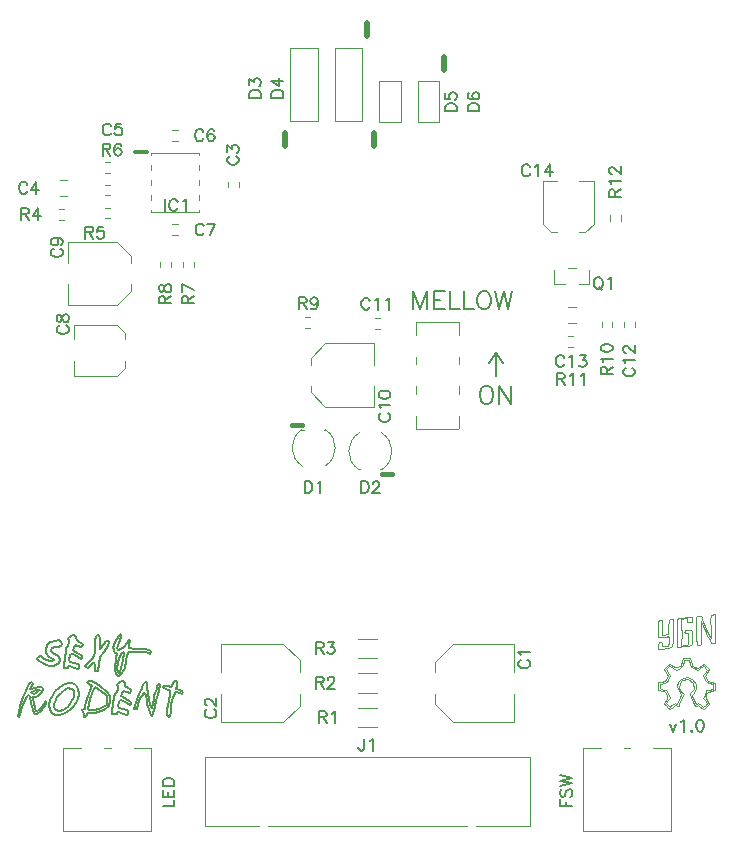
<source format=gto>
%FSLAX46Y46*%
%MOMM*%
%ADD12C,0.050000*%
%ADD16C,0.100000*%
%ADD10C,0.150000*%
%ADD11C,0.200000*%
%ADD15C,0.300000*%
%ADD14C,0.400000*%
%ADD13C,0.500000*%
G01*
%LPD*%
G01*
%LPD*%
D10*
X45224524Y56695952D02*
X45272144Y56600716D01*
D10*
X45129284Y56791192D02*
X45224524Y56695952D01*
D10*
X45034048Y56838808D02*
X45129284Y56791192D01*
D10*
X44843572Y56838808D02*
X45034048Y56838808D01*
D10*
X44748332Y56791192D02*
X44843572Y56838808D01*
D10*
X44653096Y56695952D02*
X44748332Y56791192D01*
D10*
X44605476Y56600716D02*
X44653096Y56695952D01*
D10*
X44557856Y56457856D02*
X44605476Y56600716D01*
D10*
X44557856Y56219760D02*
X44557856Y56457856D01*
D10*
X44605476Y56076904D02*
X44557856Y56219760D01*
D10*
X44653096Y55981668D02*
X44605476Y56076904D01*
D10*
X44748332Y55886428D02*
X44653096Y55981668D01*
D10*
X44843572Y55838808D02*
X44748332Y55886428D01*
D10*
X45034048Y55838808D02*
X44843572Y55838808D01*
D10*
X45129284Y55886428D02*
X45034048Y55838808D01*
D10*
X45224524Y55981668D02*
X45129284Y55886428D01*
D10*
X45272144Y56076904D02*
X45224524Y55981668D01*
D10*
X45795952Y56695952D02*
X45700716Y56648332D01*
D10*
X45938808Y56838808D02*
X45795952Y56695952D01*
D10*
X45938808Y55838808D02*
X45938808Y56838808D01*
D10*
X46510240Y56172144D02*
X46986428Y56838808D01*
D10*
X47224524Y56172144D02*
X46510240Y56172144D01*
D10*
X46986428Y55838808D02*
X46986428Y56838808D01*
D10*
X22476190Y62500476D02*
X21476190Y62500476D01*
D10*
X21476190Y62833808D02*
X21476190Y62500476D01*
D10*
X21523810Y62976668D02*
X21476190Y62833808D01*
D10*
X21619048Y63071904D02*
X21523810Y62976668D01*
D10*
X21714286Y63119524D02*
X21619048Y63071904D01*
D10*
X21857142Y63167144D02*
X21714286Y63119524D01*
D10*
X22095238Y63167144D02*
X21857142Y63167144D01*
D10*
X22238096Y63119524D02*
X22095238Y63167144D01*
D10*
X22333334Y63071904D02*
X22238096Y63119524D01*
D10*
X22428572Y62976668D02*
X22333334Y63071904D01*
D10*
X22476190Y62833808D02*
X22428572Y62976668D01*
D10*
X22476190Y62500476D02*
X22476190Y62833808D01*
D10*
X21476190Y64071904D02*
X21476190Y63548096D01*
D10*
X21857142Y63786192D02*
X21476190Y64071904D01*
D10*
X21857142Y63929048D02*
X21857142Y63786192D01*
D10*
X21904762Y64024284D02*
X21857142Y63929048D01*
D10*
X21952380Y64071904D02*
X21904762Y64024284D01*
D10*
X22095238Y64119524D02*
X21952380Y64071904D01*
D10*
X22190476Y64119524D02*
X22095238Y64119524D01*
D10*
X22333334Y64071904D02*
X22190476Y64119524D01*
D10*
X22428572Y63976668D02*
X22333334Y64071904D01*
D10*
X22476190Y63833808D02*
X22428572Y63976668D01*
D10*
X22476190Y63690952D02*
X22476190Y63833808D01*
D10*
X22428572Y63548096D02*
X22476190Y63690952D01*
D10*
X22380952Y63500476D02*
X22428572Y63548096D01*
D10*
X22285714Y63452856D02*
X22380952Y63500476D01*
D10*
X27390476Y9523810D02*
X27390476Y10523810D01*
D10*
X27819048Y10523810D02*
X27390476Y10523810D01*
D10*
X27961904Y10476190D02*
X27819048Y10523810D01*
D10*
X28009524Y10428571D02*
X27961904Y10476190D01*
D10*
X28057142Y10333333D02*
X28009524Y10428571D01*
D10*
X28057142Y10238095D02*
X28057142Y10333333D01*
D10*
X28009524Y10142857D02*
X28057142Y10238095D01*
D10*
X27961904Y10095238D02*
X28009524Y10142857D01*
D10*
X27819048Y10047619D02*
X27961904Y10095238D01*
D10*
X27390476Y10047619D02*
X27819048Y10047619D01*
D10*
X28057142Y9523810D02*
X27723810Y10047619D01*
D10*
X28580952Y10380952D02*
X28485714Y10333333D01*
D10*
X28723810Y10523810D02*
X28580952Y10380952D01*
D10*
X28723810Y9523810D02*
X28723810Y10523810D01*
D10*
X48826192Y2480476D02*
X47826192Y2480476D01*
D10*
X47826192Y3099523D02*
X47826192Y2480476D01*
D10*
X48302380Y2861428D02*
X48302380Y2480476D01*
D10*
X47873808Y3861428D02*
X47969048Y3956666D01*
D10*
X47826192Y3718571D02*
X47873808Y3861428D01*
D10*
X47826192Y3528095D02*
X47826192Y3718571D01*
D10*
X47873808Y3385238D02*
X47826192Y3528095D01*
D10*
X47969048Y3290000D02*
X47873808Y3385238D01*
D10*
X48064284Y3290000D02*
X47969048Y3290000D01*
D10*
X48159524Y3337619D02*
X48064284Y3290000D01*
D10*
X48207144Y3385238D02*
X48159524Y3337619D01*
D10*
X48254760Y3480476D02*
X48207144Y3385238D01*
D10*
X48350000Y3766190D02*
X48254760Y3480476D01*
D10*
X48397620Y3861428D02*
X48350000Y3766190D01*
D10*
X48445240Y3909047D02*
X48397620Y3861428D01*
D10*
X48540476Y3956666D02*
X48445240Y3909047D01*
D10*
X48683332Y3956666D02*
X48540476Y3956666D01*
D10*
X48778572Y3861428D02*
X48683332Y3956666D01*
D10*
X48826192Y3718571D02*
X48778572Y3861428D01*
D10*
X48826192Y3528095D02*
X48826192Y3718571D01*
D10*
X48778572Y3385238D02*
X48826192Y3528095D01*
D10*
X48683332Y3290000D02*
X48778572Y3385238D01*
D10*
X48826192Y4432857D02*
X47826192Y4194762D01*
D10*
X48826192Y4432857D02*
X47826192Y4670952D01*
D10*
X48826192Y4909047D02*
X47826192Y4670952D01*
D10*
X48826192Y4909047D02*
X47826192Y5147143D01*
D10*
X2200476Y52133808D02*
X2200476Y53133808D01*
D10*
X2629047Y53133808D02*
X2200476Y53133808D01*
D10*
X2771904Y53086192D02*
X2629047Y53133808D01*
D10*
X2819523Y53038572D02*
X2771904Y53086192D01*
D10*
X2867143Y52943332D02*
X2819523Y53038572D01*
D10*
X2867143Y52848096D02*
X2867143Y52943332D01*
D10*
X2819523Y52752856D02*
X2867143Y52848096D01*
D10*
X2771904Y52705240D02*
X2819523Y52752856D01*
D10*
X2629047Y52657620D02*
X2771904Y52705240D01*
D10*
X2200476Y52657620D02*
X2629047Y52657620D01*
D10*
X2867143Y52133808D02*
X2533809Y52657620D01*
D10*
X3152857Y52467144D02*
X3629047Y53133808D01*
D10*
X3867143Y52467144D02*
X3152857Y52467144D01*
D10*
X3629047Y52133808D02*
X3629047Y53133808D01*
D10*
X17567142Y59665952D02*
X17614762Y59570716D01*
D10*
X17471904Y59761192D02*
X17567142Y59665952D01*
D10*
X17376666Y59808808D02*
X17471904Y59761192D01*
D10*
X17186190Y59808808D02*
X17376666Y59808808D01*
D10*
X17090952Y59761192D02*
X17186190Y59808808D01*
D10*
X16995714Y59665952D02*
X17090952Y59761192D01*
D10*
X16948096Y59570716D02*
X16995714Y59665952D01*
D10*
X16900476Y59427856D02*
X16948096Y59570716D01*
D10*
X16900476Y59189760D02*
X16900476Y59427856D01*
D10*
X16948096Y59046904D02*
X16900476Y59189760D01*
D10*
X16995714Y58951668D02*
X16948096Y59046904D01*
D10*
X17090952Y58856428D02*
X16995714Y58951668D01*
D10*
X17186190Y58808808D02*
X17090952Y58856428D01*
D10*
X17376666Y58808808D02*
X17186190Y58808808D01*
D10*
X17471904Y58856428D02*
X17376666Y58808808D01*
D10*
X17567142Y58951668D02*
X17471904Y58856428D01*
D10*
X17614762Y59046904D02*
X17567142Y58951668D01*
D10*
X18471904Y59761192D02*
X18519524Y59665952D01*
D10*
X18329048Y59808808D02*
X18471904Y59761192D01*
D10*
X18233810Y59808808D02*
X18329048Y59808808D01*
D10*
X18090952Y59761192D02*
X18233810Y59808808D01*
D10*
X17995714Y59618332D02*
X18090952Y59761192D01*
D10*
X17948096Y59380240D02*
X17995714Y59618332D01*
D10*
X17948096Y59142144D02*
X17948096Y59380240D01*
D10*
X17995714Y58951668D02*
X17948096Y59142144D01*
D10*
X18090952Y58856428D02*
X17995714Y58951668D01*
D10*
X18233810Y58808808D02*
X18090952Y58856428D01*
D10*
X18281428Y58808808D02*
X18233810Y58808808D01*
D10*
X18424286Y58856428D02*
X18281428Y58808808D01*
D10*
X18519524Y58951668D02*
X18424286Y58856428D01*
D10*
X18567142Y59094524D02*
X18519524Y58951668D01*
D10*
X18567142Y59142144D02*
X18567142Y59094524D01*
D10*
X18519524Y59285000D02*
X18567142Y59142144D01*
D10*
X18424286Y59380240D02*
X18519524Y59285000D01*
D10*
X18281428Y59427856D02*
X18424286Y59380240D01*
D10*
X18233810Y59427856D02*
X18281428Y59427856D01*
D10*
X18090952Y59380240D02*
X18233810Y59427856D01*
D10*
X17995714Y59285000D02*
X18090952Y59380240D01*
D10*
X17948096Y59142144D02*
X17995714Y59285000D01*
D10*
X9747143Y60155952D02*
X9794762Y60060716D01*
D10*
X9651905Y60251192D02*
X9747143Y60155952D01*
D10*
X9556667Y60298808D02*
X9651905Y60251192D01*
D10*
X9366190Y60298808D02*
X9556667Y60298808D01*
D10*
X9270952Y60251192D02*
X9366190Y60298808D01*
D10*
X9175714Y60155952D02*
X9270952Y60251192D01*
D10*
X9128095Y60060716D02*
X9175714Y60155952D01*
D10*
X9080476Y59917856D02*
X9128095Y60060716D01*
D10*
X9080476Y59679760D02*
X9080476Y59917856D01*
D10*
X9128095Y59536904D02*
X9080476Y59679760D01*
D10*
X9175714Y59441668D02*
X9128095Y59536904D01*
D10*
X9270952Y59346428D02*
X9175714Y59441668D01*
D10*
X9366190Y59298808D02*
X9270952Y59346428D01*
D10*
X9556667Y59298808D02*
X9366190Y59298808D01*
D10*
X9651905Y59346428D02*
X9556667Y59298808D01*
D10*
X9747143Y59441668D02*
X9651905Y59346428D01*
D10*
X9794762Y59536904D02*
X9747143Y59441668D01*
D10*
X10175714Y60298808D02*
X10651905Y60298808D01*
D10*
X10128095Y59870240D02*
X10175714Y60298808D01*
D10*
X10175714Y59917856D02*
X10128095Y59870240D01*
D10*
X10318571Y59965476D02*
X10175714Y59917856D01*
D10*
X10461429Y59965476D02*
X10318571Y59965476D01*
D10*
X10604286Y59917856D02*
X10461429Y59965476D01*
D10*
X10699524Y59822620D02*
X10604286Y59917856D01*
D10*
X10747143Y59679760D02*
X10699524Y59822620D01*
D10*
X10747143Y59584524D02*
X10747143Y59679760D01*
D10*
X10699524Y59441668D02*
X10747143Y59584524D01*
D10*
X10604286Y59346428D02*
X10699524Y59441668D01*
D10*
X10461429Y59298808D02*
X10604286Y59346428D01*
D10*
X10318571Y59298808D02*
X10461429Y59298808D01*
D10*
X10175714Y59346428D02*
X10318571Y59298808D01*
D10*
X10128095Y59394048D02*
X10175714Y59346428D01*
D10*
X10080476Y59489284D02*
X10128095Y59394048D01*
D10*
X40976192Y61338096D02*
X39976192Y61338096D01*
D10*
X39976192Y61671428D02*
X39976192Y61338096D01*
D10*
X40023808Y61814284D02*
X39976192Y61671428D01*
D10*
X40119048Y61909524D02*
X40023808Y61814284D01*
D10*
X40214284Y61957144D02*
X40119048Y61909524D01*
D10*
X40357144Y62004760D02*
X40214284Y61957144D01*
D10*
X40595240Y62004760D02*
X40357144Y62004760D01*
D10*
X40738096Y61957144D02*
X40595240Y62004760D01*
D10*
X40833332Y61909524D02*
X40738096Y61957144D01*
D10*
X40928572Y61814284D02*
X40833332Y61909524D01*
D10*
X40976192Y61671428D02*
X40928572Y61814284D01*
D10*
X40976192Y61338096D02*
X40976192Y61671428D01*
D10*
X40023808Y62861904D02*
X40119048Y62909524D01*
D10*
X39976192Y62719048D02*
X40023808Y62861904D01*
D10*
X39976192Y62623808D02*
X39976192Y62719048D01*
D10*
X40023808Y62480952D02*
X39976192Y62623808D01*
D10*
X40166668Y62385716D02*
X40023808Y62480952D01*
D10*
X40404760Y62338096D02*
X40166668Y62385716D01*
D10*
X40642856Y62338096D02*
X40404760Y62338096D01*
D10*
X40833332Y62385716D02*
X40642856Y62338096D01*
D10*
X40928572Y62480952D02*
X40833332Y62385716D01*
D10*
X40976192Y62623808D02*
X40928572Y62480952D01*
D10*
X40976192Y62671428D02*
X40976192Y62623808D01*
D10*
X40928572Y62814284D02*
X40976192Y62671428D01*
D10*
X40833332Y62909524D02*
X40928572Y62814284D01*
D10*
X40690476Y62957144D02*
X40833332Y62909524D01*
D10*
X40642856Y62957144D02*
X40690476Y62957144D01*
D10*
X40500000Y62909524D02*
X40642856Y62957144D01*
D10*
X40404760Y62814284D02*
X40500000Y62909524D01*
D10*
X40357144Y62671428D02*
X40404760Y62814284D01*
D10*
X40357144Y62623808D02*
X40357144Y62671428D01*
D10*
X40404760Y62480952D02*
X40357144Y62623808D01*
D10*
X40500000Y62385716D02*
X40404760Y62480952D01*
D10*
X40642856Y62338096D02*
X40500000Y62385716D01*
D10*
X24376190Y62498096D02*
X23376190Y62498096D01*
D10*
X23376190Y62831428D02*
X23376190Y62498096D01*
D10*
X23423810Y62974284D02*
X23376190Y62831428D01*
D10*
X23519048Y63069524D02*
X23423810Y62974284D01*
D10*
X23614286Y63117144D02*
X23519048Y63069524D01*
D10*
X23757142Y63164760D02*
X23614286Y63117144D01*
D10*
X23995238Y63164760D02*
X23757142Y63164760D01*
D10*
X24138096Y63117144D02*
X23995238Y63164760D01*
D10*
X24233334Y63069524D02*
X24138096Y63117144D01*
D10*
X24328572Y62974284D02*
X24233334Y63069524D01*
D10*
X24376190Y62831428D02*
X24328572Y62974284D01*
D10*
X24376190Y62498096D02*
X24376190Y62831428D01*
D10*
X24042858Y63450476D02*
X23376190Y63926668D01*
D10*
X24042858Y64164760D02*
X24042858Y63450476D01*
D10*
X24376190Y63926668D02*
X23376190Y63926668D01*
D10*
X17854048Y10654524D02*
X17949286Y10702143D01*
D10*
X17758810Y10559286D02*
X17854048Y10654524D01*
D10*
X17711190Y10464048D02*
X17758810Y10559286D01*
D10*
X17711190Y10273571D02*
X17711190Y10464048D01*
D10*
X17758810Y10178333D02*
X17711190Y10273571D01*
D10*
X17854048Y10083095D02*
X17758810Y10178333D01*
D10*
X17949286Y10035476D02*
X17854048Y10083095D01*
D10*
X18092142Y9987857D02*
X17949286Y10035476D01*
D10*
X18330238Y9987857D02*
X18092142Y9987857D01*
D10*
X18473096Y10035476D02*
X18330238Y9987857D01*
D10*
X18568334Y10083095D02*
X18473096Y10035476D01*
D10*
X18663572Y10178333D02*
X18568334Y10083095D01*
D10*
X18711190Y10273571D02*
X18663572Y10178333D01*
D10*
X18711190Y10464048D02*
X18711190Y10273571D01*
D10*
X18663572Y10559286D02*
X18711190Y10464048D01*
D10*
X18568334Y10654524D02*
X18663572Y10559286D01*
D10*
X18473096Y10702143D02*
X18568334Y10654524D01*
D10*
X17901666Y11035476D02*
X17949286Y11035476D01*
D10*
X17806428Y11083095D02*
X17901666Y11035476D01*
D10*
X17758810Y11130714D02*
X17806428Y11083095D01*
D10*
X17711190Y11225952D02*
X17758810Y11130714D01*
D10*
X17711190Y11416428D02*
X17711190Y11225952D01*
D10*
X17758810Y11511667D02*
X17711190Y11416428D01*
D10*
X17806428Y11559286D02*
X17758810Y11511667D01*
D10*
X17901666Y11606905D02*
X17806428Y11559286D01*
D10*
X17996904Y11606905D02*
X17901666Y11606905D01*
D10*
X18092142Y11559286D02*
X17996904Y11606905D01*
D10*
X18235000Y11464048D02*
X18092142Y11559286D01*
D10*
X18711190Y10987857D02*
X18235000Y11464048D01*
D10*
X18711190Y11654524D02*
X18711190Y10987857D01*
D10*
X31664762Y45395952D02*
X31712380Y45300716D01*
D10*
X31569524Y45491192D02*
X31664762Y45395952D01*
D10*
X31474286Y45538808D02*
X31569524Y45491192D01*
D10*
X31283810Y45538808D02*
X31474286Y45538808D01*
D10*
X31188572Y45491192D02*
X31283810Y45538808D01*
D10*
X31093334Y45395952D02*
X31188572Y45491192D01*
D10*
X31045714Y45300716D02*
X31093334Y45395952D01*
D10*
X30998096Y45157856D02*
X31045714Y45300716D01*
D10*
X30998096Y44919760D02*
X30998096Y45157856D01*
D10*
X31045714Y44776904D02*
X30998096Y44919760D01*
D10*
X31093334Y44681668D02*
X31045714Y44776904D01*
D10*
X31188572Y44586428D02*
X31093334Y44681668D01*
D10*
X31283810Y44538808D02*
X31188572Y44586428D01*
D10*
X31474286Y44538808D02*
X31283810Y44538808D01*
D10*
X31569524Y44586428D02*
X31474286Y44538808D01*
D10*
X31664762Y44681668D02*
X31569524Y44586428D01*
D10*
X31712380Y44776904D02*
X31664762Y44681668D01*
D10*
X32236190Y45395952D02*
X32140952Y45348332D01*
D10*
X32379048Y45538808D02*
X32236190Y45395952D01*
D10*
X32379048Y44538808D02*
X32379048Y45538808D01*
D10*
X33188572Y45395952D02*
X33093334Y45348332D01*
D10*
X33331428Y45538808D02*
X33188572Y45395952D01*
D10*
X33331428Y44538808D02*
X33331428Y45538808D01*
D11*
X41300000Y38014284D02*
X41442856Y38085716D01*
D11*
X41157144Y37871428D02*
X41300000Y38014284D01*
D11*
X41085716Y37728572D02*
X41157144Y37871428D01*
D11*
X41014284Y37514284D02*
X41085716Y37728572D01*
D11*
X41014284Y37157144D02*
X41014284Y37514284D01*
D11*
X41085716Y36942856D02*
X41014284Y37157144D01*
D11*
X41157144Y36800000D02*
X41085716Y36942856D01*
D11*
X41300000Y36657144D02*
X41157144Y36800000D01*
D11*
X41442856Y36585716D02*
X41300000Y36657144D01*
D11*
X41728572Y36585716D02*
X41442856Y36585716D01*
D11*
X41871428Y36657144D02*
X41728572Y36585716D01*
D11*
X42014284Y36800000D02*
X41871428Y36657144D01*
D11*
X42085716Y36942856D02*
X42014284Y36800000D01*
D11*
X42157144Y37157144D02*
X42085716Y36942856D01*
D11*
X42157144Y37514284D02*
X42157144Y37157144D01*
D11*
X42085716Y37728572D02*
X42157144Y37514284D01*
D11*
X42014284Y37871428D02*
X42085716Y37728572D01*
D11*
X41871428Y38014284D02*
X42014284Y37871428D01*
D11*
X41728572Y38085716D02*
X41871428Y38014284D01*
D11*
X41442856Y38085716D02*
X41728572Y38085716D01*
D11*
X42657144Y36585716D02*
X42657144Y38085716D01*
D11*
X43657144Y36585716D02*
X42657144Y38085716D01*
D11*
X43657144Y36585716D02*
X43657144Y38085716D01*
D10*
X27138096Y15383810D02*
X27138096Y16383810D01*
D10*
X27566666Y16383810D02*
X27138096Y16383810D01*
D10*
X27709524Y16336190D02*
X27566666Y16383810D01*
D10*
X27757142Y16288571D02*
X27709524Y16336190D01*
D10*
X27804762Y16193333D02*
X27757142Y16288571D01*
D10*
X27804762Y16098095D02*
X27804762Y16193333D01*
D10*
X27757142Y16002857D02*
X27804762Y16098095D01*
D10*
X27709524Y15955238D02*
X27757142Y16002857D01*
D10*
X27566666Y15907619D02*
X27709524Y15955238D01*
D10*
X27138096Y15907619D02*
X27566666Y15907619D01*
D10*
X27804762Y15383810D02*
X27471428Y15907619D01*
D10*
X28709524Y16383810D02*
X28185714Y16383810D01*
D10*
X28423810Y16002857D02*
X28709524Y16383810D01*
D10*
X28566666Y16002857D02*
X28423810Y16002857D01*
D10*
X28661904Y15955238D02*
X28566666Y16002857D01*
D10*
X28709524Y15907619D02*
X28661904Y15955238D01*
D10*
X28757142Y15764762D02*
X28709524Y15907619D01*
D10*
X28757142Y15669524D02*
X28757142Y15764762D01*
D10*
X28709524Y15526667D02*
X28757142Y15669524D01*
D10*
X28614286Y15431429D02*
X28709524Y15526667D01*
D10*
X28471428Y15383810D02*
X28614286Y15431429D01*
D10*
X28328572Y15383810D02*
X28471428Y15383810D01*
D10*
X28185714Y15431429D02*
X28328572Y15383810D01*
D10*
X28138096Y15479048D02*
X28185714Y15431429D01*
D10*
X28090476Y15574286D02*
X28138096Y15479048D01*
D10*
X19769048Y57487144D02*
X19864286Y57534760D01*
D10*
X19673810Y57391904D02*
X19769048Y57487144D01*
D10*
X19626190Y57296668D02*
X19673810Y57391904D01*
D10*
X19626190Y57106192D02*
X19626190Y57296668D01*
D10*
X19673810Y57010952D02*
X19626190Y57106192D01*
D10*
X19769048Y56915716D02*
X19673810Y57010952D01*
D10*
X19864286Y56868096D02*
X19769048Y56915716D01*
D10*
X20007142Y56820476D02*
X19864286Y56868096D01*
D10*
X20245238Y56820476D02*
X20007142Y56820476D01*
D10*
X20388096Y56868096D02*
X20245238Y56820476D01*
D10*
X20483334Y56915716D02*
X20388096Y56868096D01*
D10*
X20578572Y57010952D02*
X20483334Y56915716D01*
D10*
X20626190Y57106192D02*
X20578572Y57010952D01*
D10*
X20626190Y57296668D02*
X20626190Y57106192D01*
D10*
X20578572Y57391904D02*
X20626190Y57296668D01*
D10*
X20483334Y57487144D02*
X20578572Y57391904D01*
D10*
X20388096Y57534760D02*
X20483334Y57487144D01*
D10*
X19626190Y58439524D02*
X19626190Y57915716D01*
D10*
X20007142Y58153808D02*
X19626190Y58439524D01*
D10*
X20007142Y58296668D02*
X20007142Y58153808D01*
D10*
X20054762Y58391904D02*
X20007142Y58296668D01*
D10*
X20102380Y58439524D02*
X20054762Y58391904D01*
D10*
X20245238Y58487144D02*
X20102380Y58439524D01*
D10*
X20340476Y58487144D02*
X20245238Y58487144D01*
D10*
X20483334Y58439524D02*
X20340476Y58487144D01*
D10*
X20578572Y58344284D02*
X20483334Y58439524D01*
D10*
X20626190Y58201428D02*
X20578572Y58344284D01*
D10*
X20626190Y58058572D02*
X20626190Y58201428D01*
D10*
X20578572Y57915716D02*
X20626190Y58058572D01*
D10*
X20530952Y57868096D02*
X20578572Y57915716D01*
D10*
X20435714Y57820476D02*
X20530952Y57868096D01*
D10*
X16816190Y45065476D02*
X15816190Y45065476D01*
D10*
X15816190Y45494048D02*
X15816190Y45065476D01*
D10*
X15863810Y45636904D02*
X15816190Y45494048D01*
D10*
X15911429Y45684524D02*
X15863810Y45636904D01*
D10*
X16006667Y45732144D02*
X15911429Y45684524D01*
D10*
X16101905Y45732144D02*
X16006667Y45732144D01*
D10*
X16197143Y45684524D02*
X16101905Y45732144D01*
D10*
X16244762Y45636904D02*
X16197143Y45684524D01*
D10*
X16292381Y45494048D02*
X16244762Y45636904D01*
D10*
X16292381Y45065476D02*
X16292381Y45494048D01*
D10*
X16816190Y45732144D02*
X16292381Y45398808D01*
D10*
X16816190Y46208332D02*
X15816190Y46684524D01*
D10*
X15816190Y46684524D02*
X15816190Y46017856D01*
D10*
X48119524Y40540952D02*
X48167144Y40445716D01*
D10*
X48024284Y40636192D02*
X48119524Y40540952D01*
D10*
X47929048Y40683808D02*
X48024284Y40636192D01*
D10*
X47738572Y40683808D02*
X47929048Y40683808D01*
D10*
X47643332Y40636192D02*
X47738572Y40683808D01*
D10*
X47548096Y40540952D02*
X47643332Y40636192D01*
D10*
X47500476Y40445716D02*
X47548096Y40540952D01*
D10*
X47452856Y40302856D02*
X47500476Y40445716D01*
D10*
X47452856Y40064760D02*
X47452856Y40302856D01*
D10*
X47500476Y39921904D02*
X47452856Y40064760D01*
D10*
X47548096Y39826668D02*
X47500476Y39921904D01*
D10*
X47643332Y39731428D02*
X47548096Y39826668D01*
D10*
X47738572Y39683808D02*
X47643332Y39731428D01*
D10*
X47929048Y39683808D02*
X47738572Y39683808D01*
D10*
X48024284Y39731428D02*
X47929048Y39683808D01*
D10*
X48119524Y39826668D02*
X48024284Y39731428D01*
D10*
X48167144Y39921904D02*
X48119524Y39826668D01*
D10*
X48690952Y40540952D02*
X48595716Y40493332D01*
D10*
X48833808Y40683808D02*
X48690952Y40540952D01*
D10*
X48833808Y39683808D02*
X48833808Y40683808D01*
D10*
X50024284Y40683808D02*
X49500476Y40683808D01*
D10*
X49738572Y40302856D02*
X50024284Y40683808D01*
D10*
X49881428Y40302856D02*
X49738572Y40302856D01*
D10*
X49976668Y40255240D02*
X49881428Y40302856D01*
D10*
X50024284Y40207620D02*
X49976668Y40255240D01*
D10*
X50071904Y40064760D02*
X50024284Y40207620D01*
D10*
X50071904Y39969524D02*
X50071904Y40064760D01*
D10*
X50024284Y39826668D02*
X50071904Y39969524D01*
D10*
X49929048Y39731428D02*
X50024284Y39826668D01*
D10*
X49786192Y39683808D02*
X49929048Y39731428D01*
D10*
X49643332Y39683808D02*
X49786192Y39683808D01*
D10*
X49500476Y39731428D02*
X49643332Y39683808D01*
D10*
X49452856Y39779048D02*
X49500476Y39731428D01*
D10*
X49405240Y39874284D02*
X49452856Y39779048D01*
D10*
X5354047Y43154524D02*
X5449285Y43202144D01*
D10*
X5258809Y43059284D02*
X5354047Y43154524D01*
D10*
X5211190Y42964048D02*
X5258809Y43059284D01*
D10*
X5211190Y42773572D02*
X5211190Y42964048D01*
D10*
X5258809Y42678332D02*
X5211190Y42773572D01*
D10*
X5354047Y42583096D02*
X5258809Y42678332D01*
D10*
X5449285Y42535476D02*
X5354047Y42583096D01*
D10*
X5592143Y42487856D02*
X5449285Y42535476D01*
D10*
X5830238Y42487856D02*
X5592143Y42487856D01*
D10*
X5973095Y42535476D02*
X5830238Y42487856D01*
D10*
X6068333Y42583096D02*
X5973095Y42535476D01*
D10*
X6163571Y42678332D02*
X6068333Y42583096D01*
D10*
X6211190Y42773572D02*
X6163571Y42678332D01*
D10*
X6211190Y42964048D02*
X6211190Y42773572D01*
D10*
X6163571Y43059284D02*
X6211190Y42964048D01*
D10*
X6068333Y43154524D02*
X6163571Y43059284D01*
D10*
X5973095Y43202144D02*
X6068333Y43154524D01*
D10*
X5258809Y43583096D02*
X5211190Y43725952D01*
D10*
X5354047Y43535476D02*
X5258809Y43583096D01*
D10*
X5449285Y43535476D02*
X5354047Y43535476D01*
D10*
X5544524Y43583096D02*
X5449285Y43535476D01*
D10*
X5592143Y43678332D02*
X5544524Y43583096D01*
D10*
X5639762Y43868808D02*
X5592143Y43678332D01*
D10*
X5687381Y44011668D02*
X5639762Y43868808D01*
D10*
X5782619Y44106904D02*
X5687381Y44011668D01*
D10*
X5877857Y44154524D02*
X5782619Y44106904D01*
D10*
X6020714Y44154524D02*
X5877857Y44154524D01*
D10*
X6115952Y44106904D02*
X6020714Y44154524D01*
D10*
X6163571Y44059284D02*
X6115952Y44106904D01*
D10*
X6211190Y43916428D02*
X6163571Y44059284D01*
D10*
X6211190Y43725952D02*
X6211190Y43916428D01*
D10*
X6163571Y43583096D02*
X6211190Y43725952D01*
D10*
X6115952Y43535476D02*
X6163571Y43583096D01*
D10*
X6020714Y43487856D02*
X6115952Y43535476D01*
D10*
X5877857Y43487856D02*
X6020714Y43487856D01*
D10*
X5782619Y43535476D02*
X5877857Y43487856D01*
D10*
X5687381Y43630716D02*
X5782619Y43535476D01*
D10*
X5639762Y43773572D02*
X5687381Y43630716D01*
D10*
X5592143Y43964048D02*
X5639762Y43773572D01*
D10*
X5544524Y44059284D02*
X5592143Y43964048D01*
D10*
X5449285Y44106904D02*
X5544524Y44059284D01*
D10*
X5354047Y44106904D02*
X5449285Y44106904D01*
D10*
X5258809Y44059284D02*
X5354047Y44106904D01*
D10*
X5211190Y43916428D02*
X5258809Y44059284D01*
D10*
X5211190Y43725952D02*
X5211190Y43916428D01*
D10*
X27138096Y12453810D02*
X27138096Y13453810D01*
D10*
X27566666Y13453810D02*
X27138096Y13453810D01*
D10*
X27709524Y13406190D02*
X27566666Y13453810D01*
D10*
X27757142Y13358571D02*
X27709524Y13406190D01*
D10*
X27804762Y13263333D02*
X27757142Y13358571D01*
D10*
X27804762Y13168095D02*
X27804762Y13263333D01*
D10*
X27757142Y13072857D02*
X27804762Y13168095D01*
D10*
X27709524Y13025238D02*
X27757142Y13072857D01*
D10*
X27566666Y12977619D02*
X27709524Y13025238D01*
D10*
X27138096Y12977619D02*
X27566666Y12977619D01*
D10*
X27804762Y12453810D02*
X27471428Y12977619D01*
D10*
X28138096Y13263333D02*
X28138096Y13215714D01*
D10*
X28185714Y13358571D02*
X28138096Y13263333D01*
D10*
X28233334Y13406190D02*
X28185714Y13358571D01*
D10*
X28328572Y13453810D02*
X28233334Y13406190D01*
D10*
X28519048Y13453810D02*
X28328572Y13453810D01*
D10*
X28614286Y13406190D02*
X28519048Y13453810D01*
D10*
X28661904Y13358571D02*
X28614286Y13406190D01*
D10*
X28709524Y13263333D02*
X28661904Y13358571D01*
D10*
X28709524Y13168095D02*
X28709524Y13263333D01*
D10*
X28661904Y13072857D02*
X28709524Y13168095D01*
D10*
X28566666Y12930000D02*
X28661904Y13072857D01*
D10*
X28090476Y12453810D02*
X28566666Y12930000D01*
D10*
X28757142Y12453810D02*
X28090476Y12453810D01*
D10*
X15156190Y2480476D02*
X14156190Y2480476D01*
D10*
X15156190Y3051904D02*
X15156190Y2480476D01*
D10*
X15156190Y3290000D02*
X14156190Y3290000D01*
D10*
X14156190Y3909047D02*
X14156190Y3290000D01*
D10*
X14632381Y3670952D02*
X14632381Y3290000D01*
D10*
X15156190Y3909047D02*
X15156190Y3290000D01*
D10*
X15156190Y4194762D02*
X14156190Y4194762D01*
D10*
X14156190Y4528095D02*
X14156190Y4194762D01*
D10*
X14203810Y4670952D02*
X14156190Y4528095D01*
D10*
X14299048Y4766190D02*
X14203810Y4670952D01*
D10*
X14394286Y4813809D02*
X14299048Y4766190D01*
D10*
X14537143Y4861428D02*
X14394286Y4813809D01*
D10*
X14775238Y4861428D02*
X14537143Y4861428D01*
D10*
X14918095Y4813809D02*
X14775238Y4861428D01*
D10*
X15013333Y4766190D02*
X14918095Y4813809D01*
D10*
X15108571Y4670952D02*
X15013333Y4766190D01*
D10*
X15156190Y4528095D02*
X15108571Y4670952D01*
D10*
X15156190Y4194762D02*
X15156190Y4528095D01*
D10*
X9074476Y57578808D02*
X9074476Y58578808D01*
D10*
X9503048Y58578808D02*
X9074476Y58578808D01*
D10*
X9645905Y58531192D02*
X9503048Y58578808D01*
D10*
X9693524Y58483572D02*
X9645905Y58531192D01*
D10*
X9741143Y58388332D02*
X9693524Y58483572D01*
D10*
X9741143Y58293096D02*
X9741143Y58388332D01*
D10*
X9693524Y58197856D02*
X9741143Y58293096D01*
D10*
X9645905Y58150240D02*
X9693524Y58197856D01*
D10*
X9503048Y58102620D02*
X9645905Y58150240D01*
D10*
X9074476Y58102620D02*
X9503048Y58102620D01*
D10*
X9741143Y57578808D02*
X9407810Y58102620D01*
D10*
X10598286Y58531192D02*
X10645905Y58435952D01*
D10*
X10455428Y58578808D02*
X10598286Y58531192D01*
D10*
X10360190Y58578808D02*
X10455428Y58578808D01*
D10*
X10217333Y58531192D02*
X10360190Y58578808D01*
D10*
X10122095Y58388332D02*
X10217333Y58531192D01*
D10*
X10074476Y58150240D02*
X10122095Y58388332D01*
D10*
X10074476Y57912144D02*
X10074476Y58150240D01*
D10*
X10122095Y57721668D02*
X10074476Y57912144D01*
D10*
X10217333Y57626428D02*
X10122095Y57721668D01*
D10*
X10360190Y57578808D02*
X10217333Y57626428D01*
D10*
X10407810Y57578808D02*
X10360190Y57578808D01*
D10*
X10550667Y57626428D02*
X10407810Y57578808D01*
D10*
X10645905Y57721668D02*
X10550667Y57626428D01*
D10*
X10693524Y57864524D02*
X10645905Y57721668D01*
D10*
X10693524Y57912144D02*
X10693524Y57864524D01*
D10*
X10645905Y58055000D02*
X10693524Y57912144D01*
D10*
X10550667Y58150240D02*
X10645905Y58055000D01*
D10*
X10407810Y58197856D02*
X10550667Y58150240D01*
D10*
X10360190Y58197856D02*
X10407810Y58197856D01*
D10*
X10217333Y58150240D02*
X10360190Y58197856D01*
D10*
X10122095Y58055000D02*
X10217333Y58150240D01*
D10*
X10074476Y57912144D02*
X10122095Y58055000D01*
D10*
X7614095Y50558808D02*
X7614095Y51558808D01*
D10*
X8042667Y51558808D02*
X7614095Y51558808D01*
D10*
X8185524Y51511192D02*
X8042667Y51558808D01*
D10*
X8233143Y51463572D02*
X8185524Y51511192D01*
D10*
X8280762Y51368332D02*
X8233143Y51463572D01*
D10*
X8280762Y51273096D02*
X8280762Y51368332D01*
D10*
X8233143Y51177856D02*
X8280762Y51273096D01*
D10*
X8185524Y51130240D02*
X8233143Y51177856D01*
D10*
X8042667Y51082620D02*
X8185524Y51130240D01*
D10*
X7614095Y51082620D02*
X8042667Y51082620D01*
D10*
X8280762Y50558808D02*
X7947428Y51082620D01*
D10*
X8661714Y51558808D02*
X9137905Y51558808D01*
D10*
X8614095Y51130240D02*
X8661714Y51558808D01*
D10*
X8661714Y51177856D02*
X8614095Y51130240D01*
D10*
X8804571Y51225476D02*
X8661714Y51177856D01*
D10*
X8947429Y51225476D02*
X8804571Y51225476D01*
D10*
X9090286Y51177856D02*
X8947429Y51225476D01*
D10*
X9185524Y51082620D02*
X9090286Y51177856D01*
D10*
X9233143Y50939760D02*
X9185524Y51082620D01*
D10*
X9233143Y50844524D02*
X9233143Y50939760D01*
D10*
X9185524Y50701668D02*
X9233143Y50844524D01*
D10*
X9090286Y50606428D02*
X9185524Y50701668D01*
D10*
X8947429Y50558808D02*
X9090286Y50606428D01*
D10*
X8804571Y50558808D02*
X8947429Y50558808D01*
D10*
X8661714Y50606428D02*
X8804571Y50558808D01*
D10*
X8614095Y50654048D02*
X8661714Y50606428D01*
D10*
X8566476Y50749284D02*
X8614095Y50654048D01*
D10*
X26178096Y29023810D02*
X26178096Y30023810D01*
D10*
X26511428Y30023810D02*
X26178096Y30023810D01*
D10*
X26654286Y29976190D02*
X26511428Y30023810D01*
D10*
X26749524Y29880952D02*
X26654286Y29976190D01*
D10*
X26797142Y29785714D02*
X26749524Y29880952D01*
D10*
X26844762Y29642858D02*
X26797142Y29785714D01*
D10*
X26844762Y29404762D02*
X26844762Y29642858D01*
D10*
X26797142Y29261904D02*
X26844762Y29404762D01*
D10*
X26749524Y29166666D02*
X26797142Y29261904D01*
D10*
X26654286Y29071428D02*
X26749524Y29166666D01*
D10*
X26511428Y29023810D02*
X26654286Y29071428D01*
D10*
X26178096Y29023810D02*
X26511428Y29023810D01*
D10*
X27368572Y29880952D02*
X27273334Y29833334D01*
D10*
X27511428Y30023810D02*
X27368572Y29880952D01*
D10*
X27511428Y29023810D02*
X27511428Y30023810D01*
D10*
X14385476Y52888808D02*
X14385476Y53888808D01*
D10*
X15385476Y53745952D02*
X15433095Y53650716D01*
D10*
X15290238Y53841192D02*
X15385476Y53745952D01*
D10*
X15195000Y53888808D02*
X15290238Y53841192D01*
D10*
X15004524Y53888808D02*
X15195000Y53888808D01*
D10*
X14909286Y53841192D02*
X15004524Y53888808D01*
D10*
X14814048Y53745952D02*
X14909286Y53841192D01*
D10*
X14766429Y53650716D02*
X14814048Y53745952D01*
D10*
X14718810Y53507856D02*
X14766429Y53650716D01*
D10*
X14718810Y53269760D02*
X14718810Y53507856D01*
D10*
X14766429Y53126904D02*
X14718810Y53269760D01*
D10*
X14814048Y53031668D02*
X14766429Y53126904D01*
D10*
X14909286Y52936428D02*
X14814048Y53031668D01*
D10*
X15004524Y52888808D02*
X14909286Y52936428D01*
D10*
X15195000Y52888808D02*
X15004524Y52888808D01*
D10*
X15290238Y52936428D02*
X15195000Y52888808D01*
D10*
X15385476Y53031668D02*
X15290238Y52936428D01*
D10*
X15433095Y53126904D02*
X15385476Y53031668D01*
D10*
X15956905Y53745952D02*
X15861667Y53698332D01*
D10*
X16099762Y53888808D02*
X15956905Y53745952D01*
D10*
X16099762Y52888808D02*
X16099762Y53888808D01*
D10*
X53289048Y39564760D02*
X53384284Y39612380D01*
D10*
X53193808Y39469524D02*
X53289048Y39564760D01*
D10*
X53146192Y39374284D02*
X53193808Y39469524D01*
D10*
X53146192Y39183808D02*
X53146192Y39374284D01*
D10*
X53193808Y39088572D02*
X53146192Y39183808D01*
D10*
X53289048Y38993332D02*
X53193808Y39088572D01*
D10*
X53384284Y38945716D02*
X53289048Y38993332D01*
D10*
X53527144Y38898096D02*
X53384284Y38945716D01*
D10*
X53765240Y38898096D02*
X53527144Y38898096D01*
D10*
X53908096Y38945716D02*
X53765240Y38898096D01*
D10*
X54003332Y38993332D02*
X53908096Y38945716D01*
D10*
X54098572Y39088572D02*
X54003332Y38993332D01*
D10*
X54146192Y39183808D02*
X54098572Y39088572D01*
D10*
X54146192Y39374284D02*
X54146192Y39183808D01*
D10*
X54098572Y39469524D02*
X54146192Y39374284D01*
D10*
X54003332Y39564760D02*
X54098572Y39469524D01*
D10*
X53908096Y39612380D02*
X54003332Y39564760D01*
D10*
X53289048Y40136192D02*
X53336668Y40040952D01*
D10*
X53146192Y40279048D02*
X53289048Y40136192D01*
D10*
X54146192Y40279048D02*
X53146192Y40279048D01*
D10*
X53336668Y40898096D02*
X53384284Y40898096D01*
D10*
X53241428Y40945716D02*
X53336668Y40898096D01*
D10*
X53193808Y40993332D02*
X53241428Y40945716D01*
D10*
X53146192Y41088572D02*
X53193808Y40993332D01*
D10*
X53146192Y41279048D02*
X53146192Y41088572D01*
D10*
X53193808Y41374284D02*
X53146192Y41279048D01*
D10*
X53241428Y41421904D02*
X53193808Y41374284D01*
D10*
X53336668Y41469524D02*
X53241428Y41421904D01*
D10*
X53431904Y41469524D02*
X53336668Y41469524D01*
D10*
X53527144Y41421904D02*
X53431904Y41469524D01*
D10*
X53670000Y41326668D02*
X53527144Y41421904D01*
D10*
X54146192Y40850476D02*
X53670000Y41326668D01*
D10*
X54146192Y41517144D02*
X54146192Y40850476D01*
D10*
X30950476Y29023810D02*
X30950476Y30023810D01*
D10*
X31283810Y30023810D02*
X30950476Y30023810D01*
D10*
X31426666Y29976190D02*
X31283810Y30023810D01*
D10*
X31521904Y29880952D02*
X31426666Y29976190D01*
D10*
X31569524Y29785714D02*
X31521904Y29880952D01*
D10*
X31617142Y29642858D02*
X31569524Y29785714D01*
D10*
X31617142Y29404762D02*
X31617142Y29642858D01*
D10*
X31569524Y29261904D02*
X31617142Y29404762D01*
D10*
X31521904Y29166666D02*
X31569524Y29261904D01*
D10*
X31426666Y29071428D02*
X31521904Y29166666D01*
D10*
X31283810Y29023810D02*
X31426666Y29071428D01*
D10*
X30950476Y29023810D02*
X31283810Y29023810D01*
D10*
X31950476Y29833334D02*
X31950476Y29785714D01*
D10*
X31998096Y29928572D02*
X31950476Y29833334D01*
D10*
X32045714Y29976190D02*
X31998096Y29928572D01*
D10*
X32140952Y30023810D02*
X32045714Y29976190D01*
D10*
X32331428Y30023810D02*
X32140952Y30023810D01*
D10*
X32426666Y29976190D02*
X32331428Y30023810D01*
D10*
X32474286Y29928572D02*
X32426666Y29976190D01*
D10*
X32521904Y29833334D02*
X32474286Y29928572D01*
D10*
X32521904Y29738096D02*
X32521904Y29833334D01*
D10*
X32474286Y29642858D02*
X32521904Y29738096D01*
D10*
X32379048Y29500000D02*
X32474286Y29642858D01*
D10*
X31902858Y29023810D02*
X32379048Y29500000D01*
D10*
X32569524Y29023810D02*
X31902858Y29023810D01*
D10*
X50843332Y47236192D02*
X50938572Y47283808D01*
D10*
X50748096Y47140952D02*
X50843332Y47236192D01*
D10*
X50700476Y47045716D02*
X50748096Y47140952D01*
D10*
X50652856Y46902856D02*
X50700476Y47045716D01*
D10*
X50652856Y46664760D02*
X50652856Y46902856D01*
D10*
X50700476Y46521904D02*
X50652856Y46664760D01*
D10*
X50748096Y46426668D02*
X50700476Y46521904D01*
D10*
X50843332Y46331428D02*
X50748096Y46426668D01*
D10*
X50938572Y46283808D02*
X50843332Y46331428D01*
D10*
X51129048Y46283808D02*
X50938572Y46283808D01*
D10*
X51224284Y46331428D02*
X51129048Y46283808D01*
D10*
X51319524Y46426668D02*
X51224284Y46331428D01*
D10*
X51367144Y46521904D02*
X51319524Y46426668D01*
D10*
X51414760Y46664760D02*
X51367144Y46521904D01*
D10*
X51414760Y46902856D02*
X51414760Y46664760D01*
D10*
X51367144Y47045716D02*
X51414760Y46902856D01*
D10*
X51319524Y47140952D02*
X51367144Y47045716D01*
D10*
X51224284Y47236192D02*
X51319524Y47140952D01*
D10*
X51129048Y47283808D02*
X51224284Y47236192D01*
D10*
X50938572Y47283808D02*
X51129048Y47283808D01*
D10*
X51367144Y46188572D02*
X51081428Y46474284D01*
D10*
X51938572Y47140952D02*
X51843332Y47093332D01*
D10*
X52081428Y47283808D02*
X51938572Y47140952D01*
D10*
X52081428Y46283808D02*
X52081428Y47283808D01*
D10*
X39071192Y61340476D02*
X38071192Y61340476D01*
D10*
X38071192Y61673808D02*
X38071192Y61340476D01*
D10*
X38118808Y61816668D02*
X38071192Y61673808D01*
D10*
X38214048Y61911904D02*
X38118808Y61816668D01*
D10*
X38309284Y61959524D02*
X38214048Y61911904D01*
D10*
X38452144Y62007144D02*
X38309284Y61959524D01*
D10*
X38690240Y62007144D02*
X38452144Y62007144D01*
D10*
X38833096Y61959524D02*
X38690240Y62007144D01*
D10*
X38928332Y61911904D02*
X38833096Y61959524D01*
D10*
X39023572Y61816668D02*
X38928332Y61911904D01*
D10*
X39071192Y61673808D02*
X39023572Y61816668D01*
D10*
X39071192Y61340476D02*
X39071192Y61673808D01*
D10*
X38071192Y62388096D02*
X38071192Y62864284D01*
D10*
X38499760Y62340476D02*
X38071192Y62388096D01*
D10*
X38452144Y62388096D02*
X38499760Y62340476D01*
D10*
X38404524Y62530952D02*
X38452144Y62388096D01*
D10*
X38404524Y62673808D02*
X38404524Y62530952D01*
D10*
X38452144Y62816668D02*
X38404524Y62673808D01*
D10*
X38547380Y62911904D02*
X38452144Y62816668D01*
D10*
X38690240Y62959524D02*
X38547380Y62911904D01*
D10*
X38785476Y62959524D02*
X38690240Y62959524D01*
D10*
X38928332Y62911904D02*
X38785476Y62959524D01*
D10*
X39023572Y62816668D02*
X38928332Y62911904D01*
D10*
X39071192Y62673808D02*
X39023572Y62816668D01*
D10*
X39071192Y62530952D02*
X39071192Y62673808D01*
D10*
X39023572Y62388096D02*
X39071192Y62530952D01*
D10*
X38975952Y62340476D02*
X39023572Y62388096D01*
D10*
X38880716Y62292856D02*
X38975952Y62340476D01*
D10*
X31220428Y7451905D02*
X31220428Y8213809D01*
D10*
X31172810Y7309047D02*
X31220428Y7451905D01*
D10*
X31125190Y7261428D02*
X31172810Y7309047D01*
D10*
X31029952Y7213809D02*
X31125190Y7261428D01*
D10*
X30934714Y7213809D02*
X31029952Y7213809D01*
D10*
X30839476Y7261428D02*
X30934714Y7213809D01*
D10*
X30791858Y7309047D02*
X30839476Y7261428D01*
D10*
X30744238Y7451905D02*
X30791858Y7309047D01*
D10*
X30744238Y7547143D02*
X30744238Y7451905D01*
D10*
X31791858Y8070952D02*
X31696620Y8023333D01*
D10*
X31934714Y8213809D02*
X31791858Y8070952D01*
D10*
X31934714Y7213809D02*
X31934714Y8213809D01*
D10*
X52956192Y54090476D02*
X51956192Y54090476D01*
D10*
X51956192Y54519048D02*
X51956192Y54090476D01*
D10*
X52003808Y54661904D02*
X51956192Y54519048D01*
D10*
X52051428Y54709524D02*
X52003808Y54661904D01*
D10*
X52146668Y54757144D02*
X52051428Y54709524D01*
D10*
X52241904Y54757144D02*
X52146668Y54757144D01*
D10*
X52337144Y54709524D02*
X52241904Y54757144D01*
D10*
X52384760Y54661904D02*
X52337144Y54709524D01*
D10*
X52432380Y54519048D02*
X52384760Y54661904D01*
D10*
X52432380Y54090476D02*
X52432380Y54519048D01*
D10*
X52956192Y54757144D02*
X52432380Y54423808D01*
D10*
X52099048Y55280952D02*
X52146668Y55185716D01*
D10*
X51956192Y55423808D02*
X52099048Y55280952D01*
D10*
X52956192Y55423808D02*
X51956192Y55423808D01*
D10*
X52146668Y56042856D02*
X52194284Y56042856D01*
D10*
X52051428Y56090476D02*
X52146668Y56042856D01*
D10*
X52003808Y56138096D02*
X52051428Y56090476D01*
D10*
X51956192Y56233332D02*
X52003808Y56138096D01*
D10*
X51956192Y56423808D02*
X51956192Y56233332D01*
D10*
X52003808Y56519048D02*
X51956192Y56423808D01*
D10*
X52051428Y56566668D02*
X52003808Y56519048D01*
D10*
X52146668Y56614284D02*
X52051428Y56566668D01*
D10*
X52241904Y56614284D02*
X52146668Y56614284D01*
D10*
X52337144Y56566668D02*
X52241904Y56614284D01*
D10*
X52480000Y56471428D02*
X52337144Y56566668D01*
D10*
X52956192Y55995240D02*
X52480000Y56471428D01*
D10*
X52956192Y56661904D02*
X52956192Y55995240D01*
D10*
X52266192Y39050476D02*
X51266192Y39050476D01*
D10*
X51266192Y39479048D02*
X51266192Y39050476D01*
D10*
X51313808Y39621904D02*
X51266192Y39479048D01*
D10*
X51361428Y39669524D02*
X51313808Y39621904D01*
D10*
X51456668Y39717144D02*
X51361428Y39669524D01*
D10*
X51551904Y39717144D02*
X51456668Y39717144D01*
D10*
X51647144Y39669524D02*
X51551904Y39717144D01*
D10*
X51694760Y39621904D02*
X51647144Y39669524D01*
D10*
X51742380Y39479048D02*
X51694760Y39621904D01*
D10*
X51742380Y39050476D02*
X51742380Y39479048D01*
D10*
X52266192Y39717144D02*
X51742380Y39383808D01*
D10*
X51409048Y40240952D02*
X51456668Y40145716D01*
D10*
X51266192Y40383808D02*
X51409048Y40240952D01*
D10*
X52266192Y40383808D02*
X51266192Y40383808D01*
D10*
X51313808Y41098096D02*
X51266192Y41240952D01*
D10*
X51456668Y41002856D02*
X51313808Y41098096D01*
D10*
X51694760Y40955240D02*
X51456668Y41002856D01*
D10*
X51837620Y40955240D02*
X51694760Y40955240D01*
D10*
X52075716Y41002856D02*
X51837620Y40955240D01*
D10*
X52218572Y41098096D02*
X52075716Y41002856D01*
D10*
X52266192Y41240952D02*
X52218572Y41098096D01*
D10*
X52266192Y41336192D02*
X52266192Y41240952D01*
D10*
X52218572Y41479048D02*
X52266192Y41336192D01*
D10*
X52075716Y41574284D02*
X52218572Y41479048D01*
D10*
X51837620Y41621904D02*
X52075716Y41574284D01*
D10*
X51694760Y41621904D02*
X51837620Y41621904D01*
D10*
X51456668Y41574284D02*
X51694760Y41621904D01*
D10*
X51313808Y41479048D02*
X51456668Y41574284D01*
D10*
X51266192Y41336192D02*
X51313808Y41479048D01*
D10*
X51266192Y41240952D02*
X51266192Y41336192D01*
D10*
X25714476Y44578808D02*
X25714476Y45578808D01*
D10*
X26143048Y45578808D02*
X25714476Y45578808D01*
D10*
X26285904Y45531192D02*
X26143048Y45578808D01*
D10*
X26333524Y45483572D02*
X26285904Y45531192D01*
D10*
X26381142Y45388332D02*
X26333524Y45483572D01*
D10*
X26381142Y45293096D02*
X26381142Y45388332D01*
D10*
X26333524Y45197856D02*
X26381142Y45293096D01*
D10*
X26285904Y45150240D02*
X26333524Y45197856D01*
D10*
X26143048Y45102620D02*
X26285904Y45150240D01*
D10*
X25714476Y45102620D02*
X26143048Y45102620D01*
D10*
X26381142Y44578808D02*
X26047810Y45102620D01*
D10*
X27238286Y45102620D02*
X27285904Y45245476D01*
D10*
X27143048Y45007380D02*
X27238286Y45102620D01*
D10*
X27000190Y44959760D02*
X27143048Y45007380D01*
D10*
X26952572Y44959760D02*
X27000190Y44959760D01*
D10*
X26809714Y45007380D02*
X26952572Y44959760D01*
D10*
X26714476Y45102620D02*
X26809714Y45007380D01*
D10*
X26666858Y45245476D02*
X26714476Y45102620D01*
D10*
X26666858Y45293096D02*
X26666858Y45245476D01*
D10*
X26714476Y45435952D02*
X26666858Y45293096D01*
D10*
X26809714Y45531192D02*
X26714476Y45435952D01*
D10*
X26952572Y45578808D02*
X26809714Y45531192D01*
D10*
X27000190Y45578808D02*
X26952572Y45578808D01*
D10*
X27143048Y45531192D02*
X27000190Y45578808D01*
D10*
X27238286Y45435952D02*
X27143048Y45531192D01*
D10*
X27285904Y45245476D02*
X27238286Y45435952D01*
D10*
X27285904Y45007380D02*
X27285904Y45245476D01*
D10*
X27238286Y44769284D02*
X27285904Y45007380D01*
D10*
X27143048Y44626428D02*
X27238286Y44769284D01*
D10*
X27000190Y44578808D02*
X27143048Y44626428D01*
D10*
X26904952Y44578808D02*
X27000190Y44578808D01*
D10*
X26762096Y44626428D02*
X26904952Y44578808D01*
D10*
X26714476Y44721668D02*
X26762096Y44626428D01*
D11*
X35385716Y44585716D02*
X35385716Y46085716D01*
D11*
X35957144Y44585716D02*
X35385716Y46085716D01*
D11*
X35957144Y44585716D02*
X36528572Y46085716D01*
D11*
X36528572Y44585716D02*
X36528572Y46085716D01*
D11*
X37100000Y44585716D02*
X37100000Y46085716D01*
D11*
X38028572Y46085716D02*
X37100000Y46085716D01*
D11*
X37671428Y45371428D02*
X37100000Y45371428D01*
D11*
X38028572Y44585716D02*
X37100000Y44585716D01*
D11*
X38457144Y44585716D02*
X38457144Y46085716D01*
D11*
X39314284Y44585716D02*
X38457144Y44585716D01*
D11*
X39671428Y44585716D02*
X39671428Y46085716D01*
D11*
X40528572Y44585716D02*
X39671428Y44585716D01*
D11*
X41100000Y46014284D02*
X41242856Y46085716D01*
D11*
X40957144Y45871428D02*
X41100000Y46014284D01*
D11*
X40885712Y45728572D02*
X40957144Y45871428D01*
D11*
X40814284Y45514284D02*
X40885712Y45728572D01*
D11*
X40814284Y45157144D02*
X40814284Y45514284D01*
D11*
X40885712Y44942856D02*
X40814284Y45157144D01*
D11*
X40957144Y44800000D02*
X40885712Y44942856D01*
D11*
X41100000Y44657144D02*
X40957144Y44800000D01*
D11*
X41242856Y44585716D02*
X41100000Y44657144D01*
D11*
X41528572Y44585716D02*
X41242856Y44585716D01*
D11*
X41671428Y44657144D02*
X41528572Y44585716D01*
D11*
X41814284Y44800000D02*
X41671428Y44657144D01*
D11*
X41885712Y44942856D02*
X41814284Y44800000D01*
D11*
X41957144Y45157144D02*
X41885712Y44942856D01*
D11*
X41957144Y45514284D02*
X41957144Y45157144D01*
D11*
X41885712Y45728572D02*
X41957144Y45514284D01*
D11*
X41814284Y45871428D02*
X41885712Y45728572D01*
D11*
X41671428Y46014284D02*
X41814284Y45871428D01*
D11*
X41528572Y46085716D02*
X41671428Y46014284D01*
D11*
X41242856Y46085716D02*
X41528572Y46085716D01*
D11*
X42671428Y44585716D02*
X42314284Y46085716D01*
D11*
X42671428Y44585716D02*
X43028572Y46085716D01*
D11*
X43385712Y44585716D02*
X43028572Y46085716D01*
D11*
X43385712Y44585716D02*
X43742856Y46085716D01*
D10*
X32594048Y35729760D02*
X32689286Y35777380D01*
D10*
X32498810Y35634524D02*
X32594048Y35729760D01*
D10*
X32451190Y35539284D02*
X32498810Y35634524D01*
D10*
X32451190Y35348808D02*
X32451190Y35539284D01*
D10*
X32498810Y35253572D02*
X32451190Y35348808D01*
D10*
X32594048Y35158332D02*
X32498810Y35253572D01*
D10*
X32689286Y35110716D02*
X32594048Y35158332D01*
D10*
X32832142Y35063096D02*
X32689286Y35110716D01*
D10*
X33070238Y35063096D02*
X32832142Y35063096D01*
D10*
X33213096Y35110716D02*
X33070238Y35063096D01*
D10*
X33308334Y35158332D02*
X33213096Y35110716D01*
D10*
X33403572Y35253572D02*
X33308334Y35158332D01*
D10*
X33451190Y35348808D02*
X33403572Y35253572D01*
D10*
X33451190Y35539284D02*
X33451190Y35348808D01*
D10*
X33403572Y35634524D02*
X33451190Y35539284D01*
D10*
X33308334Y35729760D02*
X33403572Y35634524D01*
D10*
X33213096Y35777380D02*
X33308334Y35729760D01*
D10*
X32594048Y36301192D02*
X32641666Y36205952D01*
D10*
X32451190Y36444048D02*
X32594048Y36301192D01*
D10*
X33451190Y36444048D02*
X32451190Y36444048D01*
D10*
X32498810Y37158332D02*
X32451190Y37301192D01*
D10*
X32641666Y37063096D02*
X32498810Y37158332D01*
D10*
X32879762Y37015476D02*
X32641666Y37063096D01*
D10*
X33022620Y37015476D02*
X32879762Y37015476D01*
D10*
X33260714Y37063096D02*
X33022620Y37015476D01*
D10*
X33403572Y37158332D02*
X33260714Y37063096D01*
D10*
X33451190Y37301192D02*
X33403572Y37158332D01*
D10*
X33451190Y37396428D02*
X33451190Y37301192D01*
D10*
X33403572Y37539284D02*
X33451190Y37396428D01*
D10*
X33260714Y37634524D02*
X33403572Y37539284D01*
D10*
X33022620Y37682144D02*
X33260714Y37634524D01*
D10*
X32879762Y37682144D02*
X33022620Y37682144D01*
D10*
X32641666Y37634524D02*
X32879762Y37682144D01*
D10*
X32498810Y37539284D02*
X32641666Y37634524D01*
D10*
X32451190Y37396428D02*
X32498810Y37539284D01*
D10*
X32451190Y37301192D02*
X32451190Y37396428D01*
D10*
X57380952Y8823810D02*
X57095240Y9490476D01*
D10*
X57380952Y8823810D02*
X57666668Y9490476D01*
D10*
X58142856Y9680952D02*
X58047620Y9633333D01*
D10*
X58285716Y9823810D02*
X58142856Y9680952D01*
D10*
X58285716Y8823810D02*
X58285716Y9823810D01*
D10*
X58904760Y8871429D02*
X58952380Y8919048D01*
D10*
X58952380Y8823810D02*
X58904760Y8871429D01*
D10*
X59000000Y8871429D02*
X58952380Y8823810D01*
D10*
X58952380Y8919048D02*
X59000000Y8871429D01*
D10*
X59476192Y9776190D02*
X59619048Y9823810D01*
D10*
X59380952Y9633333D02*
X59476192Y9776190D01*
D10*
X59333332Y9395238D02*
X59380952Y9633333D01*
D10*
X59333332Y9252381D02*
X59333332Y9395238D01*
D10*
X59380952Y9014286D02*
X59333332Y9252381D01*
D10*
X59476192Y8871429D02*
X59380952Y9014286D01*
D10*
X59619048Y8823810D02*
X59476192Y8871429D01*
D10*
X59714284Y8823810D02*
X59619048Y8823810D01*
D10*
X59857144Y8871429D02*
X59714284Y8823810D01*
D10*
X59952380Y9014286D02*
X59857144Y8871429D01*
D10*
X60000000Y9252381D02*
X59952380Y9014286D01*
D10*
X60000000Y9395238D02*
X60000000Y9252381D01*
D10*
X59952380Y9633333D02*
X60000000Y9395238D01*
D10*
X59857144Y9776190D02*
X59952380Y9633333D01*
D10*
X59714284Y9823810D02*
X59857144Y9776190D01*
D10*
X59619048Y9823810D02*
X59714284Y9823810D01*
D10*
X2669523Y55220952D02*
X2717143Y55125716D01*
D10*
X2574285Y55316192D02*
X2669523Y55220952D01*
D10*
X2479047Y55363808D02*
X2574285Y55316192D01*
D10*
X2288571Y55363808D02*
X2479047Y55363808D01*
D10*
X2193333Y55316192D02*
X2288571Y55363808D01*
D10*
X2098095Y55220952D02*
X2193333Y55316192D01*
D10*
X2050476Y55125716D02*
X2098095Y55220952D01*
D10*
X2002857Y54982856D02*
X2050476Y55125716D01*
D10*
X2002857Y54744760D02*
X2002857Y54982856D01*
D10*
X2050476Y54601904D02*
X2002857Y54744760D01*
D10*
X2098095Y54506668D02*
X2050476Y54601904D01*
D10*
X2193333Y54411428D02*
X2098095Y54506668D01*
D10*
X2288571Y54363808D02*
X2193333Y54411428D01*
D10*
X2479047Y54363808D02*
X2288571Y54363808D01*
D10*
X2574285Y54411428D02*
X2479047Y54363808D01*
D10*
X2669523Y54506668D02*
X2574285Y54411428D01*
D10*
X2717143Y54601904D02*
X2669523Y54506668D01*
D10*
X3002857Y54697144D02*
X3479047Y55363808D01*
D10*
X3717143Y54697144D02*
X3002857Y54697144D01*
D10*
X3479047Y54363808D02*
X3479047Y55363808D01*
D10*
X44419048Y14842143D02*
X44514284Y14889762D01*
D10*
X44323808Y14746905D02*
X44419048Y14842143D01*
D10*
X44276192Y14651667D02*
X44323808Y14746905D01*
D10*
X44276192Y14461190D02*
X44276192Y14651667D01*
D10*
X44323808Y14365952D02*
X44276192Y14461190D01*
D10*
X44419048Y14270714D02*
X44323808Y14365952D01*
D10*
X44514284Y14223095D02*
X44419048Y14270714D01*
D10*
X44657144Y14175476D02*
X44514284Y14223095D01*
D10*
X44895240Y14175476D02*
X44657144Y14175476D01*
D10*
X45038096Y14223095D02*
X44895240Y14175476D01*
D10*
X45133332Y14270714D02*
X45038096Y14223095D01*
D10*
X45228572Y14365952D02*
X45133332Y14270714D01*
D10*
X45276192Y14461190D02*
X45228572Y14365952D01*
D10*
X45276192Y14651667D02*
X45276192Y14461190D01*
D10*
X45228572Y14746905D02*
X45276192Y14651667D01*
D10*
X45133332Y14842143D02*
X45228572Y14746905D01*
D10*
X45038096Y14889762D02*
X45133332Y14842143D01*
D10*
X44419048Y15413571D02*
X44466668Y15318333D01*
D10*
X44276192Y15556429D02*
X44419048Y15413571D01*
D10*
X45276192Y15556429D02*
X44276192Y15556429D01*
D10*
X14886190Y45065476D02*
X13886190Y45065476D01*
D10*
X13886190Y45494048D02*
X13886190Y45065476D01*
D10*
X13933810Y45636904D02*
X13886190Y45494048D01*
D10*
X13981429Y45684524D02*
X13933810Y45636904D01*
D10*
X14076667Y45732144D02*
X13981429Y45684524D01*
D10*
X14171905Y45732144D02*
X14076667Y45732144D01*
D10*
X14267143Y45684524D02*
X14171905Y45732144D01*
D10*
X14314762Y45636904D02*
X14267143Y45684524D01*
D10*
X14362381Y45494048D02*
X14314762Y45636904D01*
D10*
X14362381Y45065476D02*
X14362381Y45494048D01*
D10*
X14886190Y45732144D02*
X14362381Y45398808D01*
D10*
X13933810Y46113096D02*
X13886190Y46255952D01*
D10*
X14029048Y46065476D02*
X13933810Y46113096D01*
D10*
X14124286Y46065476D02*
X14029048Y46065476D01*
D10*
X14219524Y46113096D02*
X14124286Y46065476D01*
D10*
X14267143Y46208332D02*
X14219524Y46113096D01*
D10*
X14314762Y46398808D02*
X14267143Y46208332D01*
D10*
X14362381Y46541668D02*
X14314762Y46398808D01*
D10*
X14457619Y46636904D02*
X14362381Y46541668D01*
D10*
X14552857Y46684524D02*
X14457619Y46636904D01*
D10*
X14695714Y46684524D02*
X14552857Y46684524D01*
D10*
X14790952Y46636904D02*
X14695714Y46684524D01*
D10*
X14838571Y46589284D02*
X14790952Y46636904D01*
D10*
X14886190Y46446428D02*
X14838571Y46589284D01*
D10*
X14886190Y46255952D02*
X14886190Y46446428D01*
D10*
X14838571Y46113096D02*
X14886190Y46255952D01*
D10*
X14790952Y46065476D02*
X14838571Y46113096D01*
D10*
X14695714Y46017856D02*
X14790952Y46065476D01*
D10*
X14552857Y46017856D02*
X14695714Y46017856D01*
D10*
X14457619Y46065476D02*
X14552857Y46017856D01*
D10*
X14362381Y46160716D02*
X14457619Y46065476D01*
D10*
X14314762Y46303572D02*
X14362381Y46160716D01*
D10*
X14267143Y46494048D02*
X14314762Y46303572D01*
D10*
X14219524Y46589284D02*
X14267143Y46494048D01*
D10*
X14124286Y46636904D02*
X14219524Y46589284D01*
D10*
X14029048Y46636904D02*
X14124286Y46636904D01*
D10*
X13933810Y46589284D02*
X14029048Y46636904D01*
D10*
X13886190Y46446428D02*
X13933810Y46589284D01*
D10*
X13886190Y46255952D02*
X13886190Y46446428D01*
D10*
X4844047Y49664524D02*
X4939285Y49712144D01*
D10*
X4748809Y49569284D02*
X4844047Y49664524D01*
D10*
X4701190Y49474048D02*
X4748809Y49569284D01*
D10*
X4701190Y49283572D02*
X4701190Y49474048D01*
D10*
X4748809Y49188332D02*
X4701190Y49283572D01*
D10*
X4844047Y49093096D02*
X4748809Y49188332D01*
D10*
X4939285Y49045476D02*
X4844047Y49093096D01*
D10*
X5082143Y48997856D02*
X4939285Y49045476D01*
D10*
X5320238Y48997856D02*
X5082143Y48997856D01*
D10*
X5463095Y49045476D02*
X5320238Y48997856D01*
D10*
X5558333Y49093096D02*
X5463095Y49045476D01*
D10*
X5653571Y49188332D02*
X5558333Y49093096D01*
D10*
X5701190Y49283572D02*
X5653571Y49188332D01*
D10*
X5701190Y49474048D02*
X5701190Y49283572D01*
D10*
X5653571Y49569284D02*
X5701190Y49474048D01*
D10*
X5558333Y49664524D02*
X5653571Y49569284D01*
D10*
X5463095Y49712144D02*
X5558333Y49664524D01*
D10*
X5177381Y50569284D02*
X5034524Y50616904D01*
D10*
X5272619Y50474048D02*
X5177381Y50569284D01*
D10*
X5320238Y50331192D02*
X5272619Y50474048D01*
D10*
X5320238Y50283572D02*
X5320238Y50331192D01*
D10*
X5272619Y50140716D02*
X5320238Y50283572D01*
D10*
X5177381Y50045476D02*
X5272619Y50140716D01*
D10*
X5034524Y49997856D02*
X5177381Y50045476D01*
D10*
X4986905Y49997856D02*
X5034524Y49997856D01*
D10*
X4844047Y50045476D02*
X4986905Y49997856D01*
D10*
X4748809Y50140716D02*
X4844047Y50045476D01*
D10*
X4701190Y50283572D02*
X4748809Y50140716D01*
D10*
X4701190Y50331192D02*
X4701190Y50283572D01*
D10*
X4748809Y50474048D02*
X4701190Y50331192D01*
D10*
X4844047Y50569284D02*
X4748809Y50474048D01*
D10*
X5034524Y50616904D02*
X4844047Y50569284D01*
D10*
X5272619Y50616904D02*
X5034524Y50616904D01*
D10*
X5510714Y50569284D02*
X5272619Y50616904D01*
D10*
X5653571Y50474048D02*
X5510714Y50569284D01*
D10*
X5701190Y50331192D02*
X5653571Y50474048D01*
D10*
X5701190Y50235952D02*
X5701190Y50331192D01*
D10*
X5653571Y50093096D02*
X5701190Y50235952D01*
D10*
X5558333Y50045476D02*
X5653571Y50093096D01*
D10*
X17619524Y51685952D02*
X17667142Y51590716D01*
D10*
X17524286Y51781192D02*
X17619524Y51685952D01*
D10*
X17429048Y51828808D02*
X17524286Y51781192D01*
D10*
X17238572Y51828808D02*
X17429048Y51828808D01*
D10*
X17143334Y51781192D02*
X17238572Y51828808D01*
D10*
X17048096Y51685952D02*
X17143334Y51781192D01*
D10*
X17000476Y51590716D02*
X17048096Y51685952D01*
D10*
X16952858Y51447856D02*
X17000476Y51590716D01*
D10*
X16952858Y51209760D02*
X16952858Y51447856D01*
D10*
X17000476Y51066904D02*
X16952858Y51209760D01*
D10*
X17048096Y50971668D02*
X17000476Y51066904D01*
D10*
X17143334Y50876428D02*
X17048096Y50971668D01*
D10*
X17238572Y50828808D02*
X17143334Y50876428D01*
D10*
X17429048Y50828808D02*
X17238572Y50828808D01*
D10*
X17524286Y50876428D02*
X17429048Y50828808D01*
D10*
X17619524Y50971668D02*
X17524286Y50876428D01*
D10*
X17667142Y51066904D02*
X17619524Y50971668D01*
D10*
X18143334Y50828808D02*
X18619524Y51828808D01*
D10*
X18619524Y51828808D02*
X17952858Y51828808D01*
D10*
X47550476Y38153808D02*
X47550476Y39153808D01*
D10*
X47979048Y39153808D02*
X47550476Y39153808D01*
D10*
X48121904Y39106192D02*
X47979048Y39153808D01*
D10*
X48169524Y39058572D02*
X48121904Y39106192D01*
D10*
X48217144Y38963332D02*
X48169524Y39058572D01*
D10*
X48217144Y38868096D02*
X48217144Y38963332D01*
D10*
X48169524Y38772856D02*
X48217144Y38868096D01*
D10*
X48121904Y38725240D02*
X48169524Y38772856D01*
D10*
X47979048Y38677620D02*
X48121904Y38725240D01*
D10*
X47550476Y38677620D02*
X47979048Y38677620D01*
D10*
X48217144Y38153808D02*
X47883808Y38677620D01*
D10*
X48740952Y39010952D02*
X48645716Y38963332D01*
D10*
X48883808Y39153808D02*
X48740952Y39010952D01*
D10*
X48883808Y38153808D02*
X48883808Y39153808D01*
D10*
X49693332Y39010952D02*
X49598096Y38963332D01*
D10*
X49836192Y39153808D02*
X49693332Y39010952D01*
D10*
X49836192Y38153808D02*
X49836192Y39153808D01*
D12*
X26725001Y39885000D02*
X26725001Y40462500D01*
D12*
X27937501Y41675000D02*
X32075001Y41675000D01*
D12*
X26725001Y37537500D02*
X26725001Y38115000D01*
D12*
X32075001Y36325000D02*
X32075001Y38115000D01*
D12*
X26725001Y37537500D02*
X27937501Y36325000D01*
D12*
X26725001Y40462500D02*
X27937501Y41675000D01*
D12*
X27937501Y36325000D02*
X32075001Y36325000D01*
D12*
X32075001Y41675000D02*
X32075001Y39885000D01*
D12*
X17774000Y6665000D02*
X45226000Y6665000D01*
D12*
X45226000Y6665000D02*
X45226000Y865000D01*
D12*
X45226000Y865000D02*
X40699000Y865000D01*
D12*
X17774000Y865000D02*
X22299000Y865000D01*
D12*
X23099000Y865000D02*
X39899000Y865000D01*
D12*
X17774000Y865000D02*
X17774000Y6665000D01*
D12*
X30685000Y9175000D02*
X32315000Y9175000D01*
D12*
X30685000Y10825000D02*
X32315000Y10825000D01*
D12*
X24925000Y60475000D02*
X24925000Y66725000D01*
D13*
X24500000Y58400000D02*
X24500000Y59500000D01*
D12*
X27275000Y60475000D02*
X24925000Y60475000D01*
D12*
X27275000Y66725000D02*
X27275000Y60475000D01*
D12*
X24925000Y66725000D02*
X27275000Y66725000D01*
D12*
X15425000Y59735000D02*
X14995000Y59735000D01*
D12*
X15425000Y58835000D02*
X14995000Y58835000D01*
D12*
X15890000Y48160000D02*
X15890000Y48590000D01*
D12*
X16790000Y48160000D02*
X16790000Y48590000D01*
D12*
X5395000Y53060000D02*
X5825000Y53060000D01*
D12*
X5395000Y52160000D02*
X5825000Y52160000D01*
D12*
X52030000Y52085000D02*
X52030000Y52515000D01*
D12*
X52930000Y52085000D02*
X52930000Y52515000D01*
D12*
X14995000Y50855000D02*
X15425000Y50855000D01*
D12*
X14995000Y51755000D02*
X15425000Y51755000D01*
D12*
X24362500Y9605000D02*
X19125000Y9605000D01*
D12*
X25775000Y11017500D02*
X24362500Y9605000D01*
D12*
X19125000Y16255000D02*
X19125000Y13865000D01*
D12*
X19125000Y9605000D02*
X19125000Y11995000D01*
D12*
X25775000Y11017500D02*
X25775000Y11995000D01*
D12*
X24362500Y16255000D02*
X25775000Y14842500D01*
D12*
X19125000Y16255000D02*
X24362500Y16255000D01*
D12*
X25775000Y14842500D02*
X25775000Y13865000D01*
D12*
X30742001Y31024000D02*
X30913000Y31024000D01*
D12*
X32759999Y31024000D02*
X32587000Y31024000D01*
D14*
X32750000Y30600000D02*
X33550000Y30600000D01*
D12*
X48445000Y48085000D02*
X49175000Y48085000D01*
D12*
X50285000Y47875000D02*
X50285000Y46735000D01*
D12*
X47335000Y46735000D02*
X47335000Y47875000D01*
D12*
X48225000Y46735000D02*
X47335000Y46735000D01*
D12*
X50285000Y46735000D02*
X49395000Y46735000D01*
D12*
X13960000Y48160000D02*
X13960000Y48590000D01*
D12*
X14860000Y48160000D02*
X14860000Y48590000D01*
D12*
X39225000Y37435000D02*
X39225000Y38065000D01*
D12*
X35575000Y42435000D02*
X35575000Y43500000D01*
D12*
X39225000Y42435000D02*
X39225000Y43500000D01*
D12*
X39200000Y34475000D02*
X35575000Y34475000D01*
D12*
X35600000Y43525000D02*
X39200000Y43525000D01*
D12*
X35575000Y37435000D02*
X35575000Y38065000D01*
D12*
X39225000Y39935000D02*
X39225000Y40565000D01*
D12*
X35575000Y34475000D02*
X35575000Y35565000D01*
D12*
X35575000Y39935000D02*
X35575000Y40565000D01*
D12*
X39225000Y34500000D02*
X39225000Y35565000D01*
D12*
X9695000Y52280000D02*
X9265000Y52280000D01*
D12*
X9695000Y53180000D02*
X9265000Y53180000D01*
D12*
X38737500Y16255000D02*
X43875000Y16255000D01*
D12*
X43875000Y9605000D02*
X43875000Y11995000D01*
D12*
X43875000Y16255000D02*
X43875000Y13865000D01*
D12*
X37225000Y14742500D02*
X38737500Y16255000D01*
D12*
X38737500Y9605000D02*
X37225000Y11117500D01*
D12*
X37225000Y11117500D02*
X37225000Y11995000D01*
D12*
X43875000Y9605000D02*
X38737500Y9605000D01*
D12*
X37225000Y14742500D02*
X37225000Y13865000D01*
D12*
X53220000Y43475000D02*
X53220000Y43045000D01*
D12*
X54120000Y43475000D02*
X54120000Y43045000D01*
D12*
X48495000Y44735000D02*
X49125000Y44735000D01*
D12*
X48495000Y43385000D02*
X49125000Y43385000D01*
D12*
X19700000Y55345000D02*
X19700000Y54915000D01*
D12*
X20600000Y55345000D02*
X20600000Y54915000D01*
D12*
X11475000Y46695000D02*
X11475000Y46117500D01*
D12*
X10262500Y44905000D02*
X6125000Y44905000D01*
D12*
X11475000Y49042500D02*
X11475000Y48465000D01*
D12*
X6125000Y50255000D02*
X6125000Y48465000D01*
D12*
X11475000Y49042500D02*
X10262500Y50255000D01*
D12*
X11475000Y46117500D02*
X10262500Y44905000D01*
D12*
X10262500Y50255000D02*
X6125000Y50255000D01*
D12*
X6125000Y44905000D02*
X6125000Y46695000D01*
D12*
X32575000Y43840000D02*
X32145000Y43840000D01*
D12*
X32575000Y42940000D02*
X32145000Y42940000D01*
D12*
X32520000Y63905000D02*
X34320000Y63905000D01*
D12*
X34320000Y60455000D02*
X32520000Y60455000D01*
D12*
X34320000Y63905000D02*
X34320000Y60455000D01*
D13*
X32070000Y58430000D02*
X32070000Y59530000D01*
D12*
X32520000Y60455000D02*
X32520000Y63905000D01*
D12*
X51340000Y43045000D02*
X51340000Y43475000D01*
D12*
X52240000Y43045000D02*
X52240000Y43475000D01*
D12*
X9695000Y57000000D02*
X9265000Y57000000D01*
D12*
X9695000Y56100000D02*
X9265000Y56100000D01*
D12*
X17225000Y52770000D02*
X17225000Y52955000D01*
D12*
X13195000Y55495000D02*
X13195000Y55095000D01*
D12*
X17225000Y56765000D02*
X17225000Y56365000D01*
D12*
X13195000Y52770000D02*
X13195000Y52955000D01*
D12*
X13195000Y57820000D02*
X13195000Y57635000D01*
D12*
X13195000Y57820000D02*
X17225000Y57820000D01*
D12*
X17225000Y53825000D02*
X17225000Y54225000D01*
D15*
X11862500Y57925000D02*
X12812500Y57925000D01*
D12*
X13195000Y53825000D02*
X13195000Y54225000D01*
D12*
X13195000Y56765000D02*
X13195000Y56365000D01*
D12*
X17225000Y55495000D02*
X17225000Y55095000D01*
D12*
X17225000Y52770000D02*
X13195000Y52770000D01*
D12*
X17225000Y57820000D02*
X17225000Y57635000D01*
D12*
X46325000Y51787500D02*
X47037500Y51075000D01*
D12*
X47037500Y51075000D02*
X46325000Y51787500D01*
D12*
X49962500Y51075000D02*
X50675000Y51787500D01*
D12*
X49962500Y51075000D02*
X49435000Y51075000D01*
D12*
X46325000Y55425000D02*
X47565000Y55425000D01*
D12*
X46325000Y55425000D02*
X46325000Y51787500D01*
D12*
X46325000Y51787500D02*
X47037500Y51075000D01*
D12*
X50675000Y55425000D02*
X49435000Y55425000D01*
D12*
X47037500Y51075000D02*
X47560000Y51075000D01*
D12*
X47037500Y51075000D02*
X47037500Y51075000D01*
D12*
X50675000Y51787500D02*
X50675000Y55425000D01*
D12*
X5755000Y365000D02*
X5755000Y7415000D01*
D12*
X13205000Y365000D02*
X13205000Y7415000D01*
D12*
X9755000Y7415000D02*
X9205000Y7415000D01*
D12*
X13205000Y7415000D02*
X11705000Y7415000D01*
D12*
X13205000Y365000D02*
X5755000Y365000D01*
D12*
X5755000Y7415000D02*
X7255000Y7415000D01*
D12*
X5445000Y55515000D02*
X6075000Y55515000D01*
D12*
X5445000Y54165000D02*
X6075000Y54165000D01*
D12*
X32315000Y16685000D02*
X30685000Y16685000D01*
D12*
X32315000Y15035000D02*
X30685000Y15035000D01*
D12*
X48445000Y42280000D02*
X48875000Y42280000D01*
D12*
X48445000Y41380000D02*
X48875000Y41380000D01*
D12*
X31065000Y66725000D02*
X31065000Y60475000D01*
D13*
X31490000Y68800000D02*
X31490000Y67700000D01*
D12*
X28715000Y66725000D02*
X31065000Y66725000D01*
D12*
X28715000Y60475000D02*
X28715000Y66725000D01*
D12*
X31065000Y60475000D02*
X28715000Y60475000D01*
D12*
X32315000Y13755000D02*
X30685000Y13755000D01*
D12*
X32315000Y12105000D02*
X30685000Y12105000D01*
D12*
X26245000Y43880000D02*
X26675000Y43880000D01*
D12*
X26245000Y42980000D02*
X26675000Y42980000D01*
D12*
X9265000Y55110000D02*
X9695000Y55110000D01*
D12*
X9265000Y54210000D02*
X9695000Y54210000D01*
D12*
X37570000Y60455000D02*
X35770000Y60455000D01*
D12*
X35770000Y63905000D02*
X37570000Y63905000D01*
D12*
X35770000Y60455000D02*
X35770000Y63905000D01*
D13*
X38020000Y65930000D02*
X38020000Y64830000D01*
D12*
X37570000Y63905000D02*
X37570000Y60455000D01*
D12*
X49765000Y365000D02*
X49765000Y7415000D01*
D12*
X57215000Y365000D02*
X57215000Y7415000D01*
D12*
X53765000Y7415000D02*
X53215000Y7415000D01*
D12*
X57215000Y7415000D02*
X55715000Y7415000D01*
D12*
X57215000Y365000D02*
X49765000Y365000D01*
D12*
X49765000Y7415000D02*
X51265000Y7415000D01*
D12*
X10262500Y38925000D02*
X10975000Y39637500D01*
D12*
X10975000Y39637500D02*
X10262500Y38925000D01*
D12*
X10975000Y42562500D02*
X10262500Y43275000D01*
D12*
X10975000Y42562500D02*
X10975000Y42035000D01*
D12*
X6625000Y38925000D02*
X6625000Y40165000D01*
D12*
X6625000Y38925000D02*
X10262500Y38925000D01*
D12*
X10262500Y38925000D02*
X10975000Y39637500D01*
D12*
X6625000Y43275000D02*
X6625000Y42035000D01*
D12*
X10975000Y39637500D02*
X10975000Y40160000D01*
D12*
X10975000Y39637500D02*
X10975000Y39637500D01*
D12*
X10262500Y43275000D02*
X6625000Y43275000D01*
D12*
X27957999Y34376000D02*
X27787000Y34376000D01*
D12*
X25940001Y34376000D02*
X26113000Y34376000D01*
D14*
X25950000Y34800000D02*
X25150000Y34800000D01*
D11*
X42400000Y40900000D02*
X41800000Y40000000D01*
D11*
X42400000Y38900000D02*
X42400000Y40900000D01*
D11*
X42400000Y40900000D02*
X43000000Y40000000D01*
D16*
X56446000Y17362000D02*
X56434000Y17172000D01*
D16*
X56239000Y16807000D02*
X56182000Y16821000D01*
D16*
X59367000Y16348000D02*
X59356000Y16626000D01*
D16*
X57703000Y17466000D02*
X57691000Y17702000D01*
D16*
X56434000Y17172000D02*
X56438000Y17069000D01*
D16*
X60916000Y18668000D02*
X60905000Y18514000D01*
D16*
X58938000Y17381000D02*
X58985000Y17349000D01*
D16*
X58597000Y17420000D02*
X58743000Y17433000D01*
D16*
X58672000Y17072000D02*
X58664000Y17126000D01*
D16*
X59356000Y16626000D02*
X59334000Y16974000D01*
D16*
X58582000Y17185000D02*
X58497000Y17180000D01*
D16*
X56378000Y16369000D02*
X56417000Y16339000D01*
D16*
X58953000Y16221000D02*
X58927000Y16180000D01*
D16*
X58075000Y16395000D02*
X58059000Y16188000D01*
D16*
X56298000Y16383000D02*
X56378000Y16369000D01*
D16*
X58835000Y16125000D02*
X58742000Y16101000D01*
D16*
X59722000Y18189000D02*
X59718000Y18030000D01*
D16*
X58381000Y17360000D02*
X58412000Y17391000D01*
D16*
X59743000Y18578000D02*
X59786000Y18488000D01*
D16*
X56987000Y16853000D02*
X56973000Y16872000D01*
D16*
X58510000Y18491000D02*
X58660000Y18504000D01*
D16*
X59534000Y18609000D02*
X59648000Y18615000D01*
D16*
X58640000Y16284000D02*
X58650000Y16385000D01*
D16*
X56907000Y16101000D02*
X56947000Y16109000D01*
D16*
X60928000Y17180000D02*
X60942000Y16896000D01*
D16*
X56169000Y15821000D02*
X56144000Y15829000D01*
D16*
X58594000Y18392000D02*
X58573000Y18405000D01*
D16*
X60546000Y18224000D02*
X60552000Y18684000D01*
D16*
X56115000Y18178000D02*
X56145000Y18211000D01*
D16*
X56438000Y17069000D02*
X56450000Y17026000D01*
D16*
X57967000Y16005000D02*
X57817000Y15995000D01*
D16*
X57756000Y18391000D02*
X57802000Y18412000D01*
D16*
X58872000Y17420000D02*
X58938000Y17381000D01*
D16*
X57802000Y18412000D02*
X57865000Y18428000D01*
D16*
X58968000Y18476000D02*
X58974000Y18428000D01*
D16*
X56452000Y18070000D02*
X56456000Y17708000D01*
D16*
X58573000Y18405000D02*
X58531000Y18416000D01*
D16*
X58742000Y16101000D02*
X58589000Y16075000D01*
D16*
X56456000Y17708000D02*
X56457000Y17470000D01*
D16*
X59334000Y16974000D02*
X59312000Y17320000D01*
D16*
X57709000Y18336000D02*
X57725000Y18366000D01*
D16*
X58132000Y16094000D02*
X58271000Y16108000D01*
D16*
X56817000Y16087000D02*
X56907000Y16101000D01*
D16*
X56595000Y15851000D02*
X56427000Y15834000D01*
D16*
X57150000Y15955000D02*
X57074000Y15923000D01*
D16*
X60548000Y17544000D02*
X60546000Y18224000D01*
D16*
X60942000Y16896000D02*
X60944000Y16682000D01*
D16*
X58467000Y17406000D02*
X58597000Y17420000D01*
D16*
X56401000Y18241000D02*
X56423000Y18227000D01*
D16*
X56423000Y18227000D02*
X56439000Y18208000D01*
D16*
X56835000Y15875000D02*
X56711000Y15859000D01*
D16*
X57711000Y16010000D02*
X57688000Y16035000D01*
D16*
X59011000Y16545000D02*
X58998000Y16408000D01*
D16*
X58077000Y16094000D02*
X58132000Y16094000D01*
D16*
X56993000Y16297000D02*
X57013000Y16419000D01*
D16*
X60665000Y16295000D02*
X60579000Y16303000D01*
D16*
X56457000Y17470000D02*
X56446000Y17362000D01*
D16*
X56691000Y16065000D02*
X56817000Y16087000D01*
D16*
X57719000Y16946000D02*
X57715000Y17230000D01*
D16*
X57817000Y15995000D02*
X57745000Y15997000D01*
D16*
X58889000Y16150000D02*
X58835000Y16125000D01*
D16*
X58998000Y16408000D02*
X58977000Y16299000D01*
D16*
X58087000Y18356000D02*
X58078000Y18282000D01*
D16*
X58340000Y17277000D02*
X58353000Y17316000D01*
D16*
X60520000Y16462000D02*
X60475000Y16573000D01*
D16*
X59731000Y16212000D02*
X59701000Y16198000D01*
D16*
X59011000Y16729000D02*
X59011000Y16545000D01*
D16*
X56104000Y16092000D02*
X56114000Y16189000D01*
D16*
X58891000Y18100000D02*
X58805000Y18086000D01*
D16*
X57288000Y18348000D02*
X57330000Y18335000D01*
D16*
X56987000Y17077000D02*
X56987000Y17657000D01*
D16*
X57334000Y16295000D02*
X57317000Y16197000D01*
D16*
X56973000Y16872000D02*
X56940000Y16875000D01*
D16*
X59346000Y18498000D02*
X59357000Y18557000D01*
D16*
X58073000Y18056000D02*
X58080000Y17772000D01*
D16*
X60009000Y17920000D02*
X60073000Y17768000D01*
D16*
X56464000Y17003000D02*
X56515000Y17005000D01*
D16*
X60804000Y18737000D02*
X60919000Y18743000D01*
D16*
X59840000Y18363000D02*
X59927000Y18135000D01*
D16*
X60400000Y16735000D02*
X60291000Y16948000D01*
D16*
X58985000Y17349000D02*
X58988000Y17212000D01*
D16*
X57715000Y16657000D02*
X57719000Y16946000D01*
D16*
X59648000Y18615000D02*
X59718000Y18610000D01*
D16*
X58589000Y16075000D02*
X58403000Y16049000D01*
D16*
X58661000Y16537000D02*
X58671000Y16841000D01*
D16*
X58271000Y16108000D02*
X58413000Y16123000D01*
D16*
X57725000Y18366000D02*
X57756000Y18391000D01*
D16*
X57074000Y15923000D02*
X56971000Y15899000D01*
D16*
X60579000Y16303000D02*
X60551000Y16366000D01*
D16*
X57347000Y16415000D02*
X57334000Y16295000D01*
D16*
X58313000Y18472000D02*
X58510000Y18491000D01*
D16*
X58933000Y18116000D02*
X58891000Y18100000D01*
D16*
X56987000Y17657000D02*
X56992000Y18254000D01*
D16*
X60919000Y18743000D02*
X60924000Y18739000D01*
D16*
X57205000Y18361000D02*
X57288000Y18348000D01*
D16*
X58988000Y17212000D02*
X58998000Y16953000D01*
D16*
X60924000Y18739000D02*
X60916000Y18668000D01*
D16*
X60900000Y18200000D02*
X60907000Y17722000D01*
D16*
X58743000Y17433000D02*
X58828000Y17433000D01*
D16*
X56417000Y16339000D02*
X56429000Y16291000D01*
D16*
X56635000Y17020000D02*
X56841000Y17052000D01*
D16*
X58650000Y17169000D02*
X58633000Y17187000D01*
D16*
X58805000Y18086000D02*
X58680000Y18081000D01*
D16*
X58496000Y16131000D02*
X58558000Y16147000D01*
D16*
X60195000Y17134000D02*
X60143000Y17242000D01*
D16*
X60554000Y17030000D02*
X60548000Y17544000D01*
D16*
X56560000Y16050000D02*
X56691000Y16065000D01*
D16*
X57020000Y18293000D02*
X57076000Y18332000D01*
D16*
X59440000Y18595000D02*
X59534000Y18609000D01*
D16*
X58927000Y16180000D02*
X58889000Y16150000D01*
D16*
X60936000Y16516000D02*
X60926000Y16421000D01*
D16*
X58626000Y16216000D02*
X58640000Y16284000D01*
D16*
X60179000Y17528000D02*
X60335000Y17186000D01*
D16*
X60552000Y18684000D02*
X60567000Y18699000D01*
D16*
X58633000Y17187000D02*
X58582000Y17185000D01*
D16*
X56104000Y17387000D02*
X56102000Y18029000D01*
D16*
X58660000Y18504000D02*
X58824000Y18510000D01*
D16*
X57317000Y16197000D02*
X57293000Y16110000D01*
D16*
X56128000Y16268000D02*
X56149000Y16326000D01*
D16*
X57026000Y16651000D02*
X57017000Y16753000D01*
D16*
X58091000Y17552000D02*
X58099000Y17248000D01*
D16*
X58109000Y18454000D02*
X58313000Y18472000D01*
D16*
X59314000Y18246000D02*
X59330000Y18392000D01*
D16*
X56427000Y15834000D02*
X56251000Y15819000D01*
D16*
X59302000Y18074000D02*
X59314000Y18246000D01*
D16*
X59740000Y16341000D02*
X59741000Y16220000D01*
D16*
X56101000Y18159000D02*
X56115000Y18178000D01*
D16*
X58380000Y17200000D02*
X58353000Y17220000D01*
D16*
X58824000Y18510000D02*
X58924000Y18510000D01*
D16*
X57013000Y16419000D02*
X57024000Y16525000D01*
D16*
X58455000Y18420000D02*
X58352000Y18414000D01*
D16*
X59378000Y16174000D02*
X59367000Y16348000D01*
D16*
X58497000Y17180000D02*
X58424000Y17186000D01*
D16*
X58353000Y17220000D02*
X58340000Y17247000D01*
D16*
X58558000Y16147000D02*
X58599000Y16176000D01*
D16*
X58099000Y17248000D02*
X58099000Y16840000D01*
D16*
X56144000Y15829000D02*
X56130000Y15842000D01*
D16*
X59312000Y17320000D02*
X59302000Y17528000D01*
D16*
X60073000Y17768000D02*
X60179000Y17528000D01*
D16*
X56475000Y16053000D02*
X56560000Y16050000D01*
D16*
X56145000Y18211000D02*
X56182000Y18234000D01*
D16*
X56355000Y16797000D02*
X56239000Y16807000D01*
D16*
X57697000Y18290000D02*
X57709000Y18336000D01*
D16*
X59302000Y17528000D02*
X59297000Y17810000D01*
D16*
X56429000Y16291000D02*
X56426000Y16177000D01*
D16*
X56116000Y15890000D02*
X56103000Y15982000D01*
D16*
X58977000Y16299000D02*
X58953000Y16221000D01*
D16*
X58924000Y18510000D02*
X58943000Y18499000D01*
D16*
X59732000Y16898000D02*
X59740000Y16341000D01*
D16*
X58403000Y16049000D02*
X58187000Y16025000D01*
D16*
X57293000Y16110000D02*
X57261000Y16042000D01*
D16*
X56130000Y15842000D02*
X56116000Y15890000D01*
D16*
X56182000Y18234000D02*
X56234000Y18252000D01*
D16*
X57692000Y16341000D02*
X57707000Y16503000D01*
D16*
X56477000Y16795000D02*
X56355000Y16797000D01*
D16*
X60944000Y16682000D02*
X60936000Y16516000D01*
D16*
X60899000Y16338000D02*
X60857000Y16319000D01*
D16*
X59718000Y18030000D02*
X59722000Y17600000D01*
D16*
X56439000Y18208000D02*
X56452000Y18070000D01*
D16*
X58958000Y18206000D02*
X58948000Y18131000D01*
D16*
X58187000Y16025000D02*
X57967000Y16005000D01*
D16*
X58599000Y16176000D02*
X58626000Y16216000D01*
D16*
X59404000Y16168000D02*
X59378000Y16174000D01*
D16*
X58261000Y18400000D02*
X58153000Y18377000D01*
D16*
X56103000Y15982000D02*
X56104000Y16092000D01*
D16*
X58948000Y18131000D02*
X58933000Y18116000D01*
D16*
X58581000Y18242000D02*
X58594000Y18392000D01*
D16*
X57691000Y17702000D02*
X57684000Y17974000D01*
D16*
X58153000Y18377000D02*
X58087000Y18356000D01*
D16*
X60551000Y16366000D02*
X60520000Y16462000D01*
D16*
X59297000Y17810000D02*
X59302000Y18074000D01*
D16*
X57745000Y15997000D02*
X57711000Y16010000D01*
D16*
X56427000Y16080000D02*
X56441000Y16062000D01*
D16*
X60489000Y16855000D02*
X60551000Y16735000D01*
D16*
X58059000Y16105000D02*
X58077000Y16094000D01*
D16*
X57003000Y16812000D02*
X56987000Y16853000D01*
D16*
X58680000Y18081000D02*
X58591000Y18089000D01*
D16*
X56450000Y17026000D02*
X56464000Y17003000D01*
D16*
X60907000Y17722000D02*
X60916000Y17410000D01*
D16*
X59357000Y18557000D02*
X59380000Y18578000D01*
D16*
X58828000Y17433000D02*
X58872000Y17420000D01*
D16*
X59927000Y18135000D02*
X60009000Y17920000D01*
D16*
X58078000Y18282000D02*
X58073000Y18056000D01*
D16*
X57340000Y16873000D02*
X57349000Y16627000D01*
D16*
X59540000Y16173000D02*
X59460000Y16167000D01*
D16*
X58412000Y17391000D02*
X58467000Y17406000D01*
D16*
X58099000Y16840000D02*
X58091000Y16585000D01*
D16*
X59460000Y16167000D02*
X59404000Y16168000D01*
D16*
X58091000Y16585000D02*
X58075000Y16395000D01*
D16*
X56795000Y16849000D02*
X56597000Y16811000D01*
D16*
X58353000Y17316000D02*
X58381000Y17360000D01*
D16*
X56251000Y15819000D02*
X56252000Y15819000D01*
D16*
X56114000Y16189000D02*
X56128000Y16268000D01*
D16*
X56992000Y18254000D02*
X57020000Y18293000D01*
D16*
X56426000Y16177000D02*
X56427000Y16080000D01*
D16*
X57332000Y17653000D02*
X57340000Y16873000D01*
D16*
X56515000Y17005000D02*
X56635000Y17020000D01*
D16*
X57349000Y16627000D02*
X57347000Y16415000D01*
D16*
X59924000Y17736000D02*
X59722000Y18189000D01*
D16*
X56114000Y16865000D02*
X56104000Y17387000D01*
D16*
X60784000Y16302000D02*
X60665000Y16295000D01*
D16*
X59741000Y16220000D02*
X59731000Y16212000D01*
D16*
X58059000Y16188000D02*
X58059000Y16105000D01*
D16*
X58970000Y18333000D02*
X58958000Y18206000D01*
D16*
X56182000Y16821000D02*
X56141000Y16842000D01*
D16*
X60917000Y16369000D02*
X60899000Y16338000D01*
D16*
X58352000Y18414000D02*
X58261000Y18400000D01*
D16*
X56971000Y15899000D02*
X56835000Y15875000D01*
D16*
X56180000Y16355000D02*
X56222000Y16375000D01*
D16*
X58664000Y17126000D02*
X58650000Y17169000D01*
D16*
X57684000Y17974000D02*
X57687000Y18210000D01*
D16*
X56234000Y18252000D02*
X56305000Y18260000D01*
D16*
X59330000Y18392000D02*
X59346000Y18498000D01*
D16*
X60335000Y17186000D02*
X60489000Y16855000D01*
D16*
X58671000Y16841000D02*
X58672000Y17072000D01*
D16*
X58080000Y17772000D02*
X58091000Y17552000D01*
D16*
X57959000Y18441000D02*
X58109000Y18454000D01*
D16*
X56940000Y16875000D02*
X56795000Y16849000D01*
D16*
X59786000Y18488000D02*
X59840000Y18363000D01*
D16*
X56141000Y16842000D02*
X56114000Y16865000D01*
D16*
X56365000Y18255000D02*
X56401000Y18241000D01*
D16*
X58569000Y18097000D02*
X58581000Y18242000D01*
D16*
X60905000Y18514000D02*
X60900000Y18200000D01*
D16*
X60475000Y16573000D02*
X60400000Y16735000D01*
D16*
X57681000Y16145000D02*
X57692000Y16341000D01*
D16*
X56252000Y15819000D02*
X56169000Y15821000D01*
D16*
X58943000Y18499000D02*
X58968000Y18476000D01*
D16*
X59718000Y18610000D02*
X59743000Y18578000D01*
D16*
X57076000Y18332000D02*
X57137000Y18354000D01*
D16*
X60551000Y16735000D02*
X60554000Y17030000D01*
D16*
X56711000Y15859000D02*
X56595000Y15851000D01*
D16*
X56441000Y16062000D02*
X56475000Y16053000D01*
D16*
X60291000Y16948000D02*
X60195000Y17134000D01*
D16*
X57688000Y16035000D02*
X57681000Y16145000D01*
D16*
X56102000Y18029000D02*
X56101000Y18159000D01*
D16*
X59701000Y16198000D02*
X59632000Y16185000D01*
D16*
X58591000Y18089000D02*
X58569000Y18097000D01*
D16*
X57715000Y17230000D02*
X57703000Y17466000D01*
D16*
X60143000Y17242000D02*
X59924000Y17736000D01*
D16*
X60916000Y17410000D02*
X60928000Y17180000D01*
D16*
X57218000Y15997000D02*
X57150000Y15955000D01*
D16*
X57330000Y18335000D02*
X57332000Y17653000D01*
D16*
X58340000Y17247000D02*
X58340000Y17277000D01*
D16*
X58650000Y16385000D02*
X58661000Y16537000D01*
D16*
X60600000Y18713000D02*
X60658000Y18726000D01*
D16*
X57261000Y16042000D02*
X57218000Y15997000D01*
D16*
X56305000Y18260000D02*
X56365000Y18255000D01*
D16*
X58531000Y18416000D02*
X58455000Y18420000D01*
D16*
X57865000Y18428000D02*
X57959000Y18441000D01*
D16*
X60926000Y16421000D02*
X60917000Y16369000D01*
D16*
X56597000Y16811000D02*
X56477000Y16795000D01*
D16*
X59460000Y16167000D02*
X59460000Y16167000D01*
D16*
X58424000Y17186000D02*
X58380000Y17200000D01*
D16*
X57137000Y18354000D02*
X57205000Y18361000D01*
D16*
X57024000Y16525000D02*
X57026000Y16651000D01*
D16*
X59632000Y16185000D02*
X59540000Y16173000D01*
D16*
X57687000Y18210000D02*
X57697000Y18290000D01*
D16*
X60857000Y16319000D02*
X60784000Y16302000D01*
D16*
X56149000Y16326000D02*
X56180000Y16355000D01*
D16*
X59722000Y17600000D02*
X59732000Y16898000D01*
D16*
X57017000Y16753000D02*
X57003000Y16812000D01*
D16*
X60567000Y18699000D02*
X60600000Y18713000D01*
D16*
X56841000Y17052000D02*
X56978000Y17075000D01*
D16*
X60658000Y18726000D02*
X60804000Y18737000D01*
D16*
X56947000Y16109000D02*
X56965000Y16167000D01*
D16*
X56965000Y16167000D02*
X56993000Y16297000D01*
D16*
X57817000Y15995000D02*
X57817000Y15995000D01*
D16*
X58998000Y16953000D02*
X59011000Y16729000D01*
D16*
X56222000Y16375000D02*
X56298000Y16383000D01*
D16*
X58974000Y18428000D02*
X58970000Y18333000D01*
D16*
X58413000Y16123000D02*
X58496000Y16131000D01*
D16*
X57707000Y16503000D02*
X57715000Y16657000D01*
D16*
X56978000Y17075000D02*
X56987000Y17077000D01*
D16*
X59380000Y18578000D02*
X59440000Y18595000D01*
D10*
X3691000Y12601000D02*
X3943000Y12561000D01*
D10*
X11357000Y16569000D02*
X11393000Y16448000D01*
D10*
X12448000Y12632000D02*
X12578000Y12930000D01*
D10*
X3787000Y12023000D02*
X3580000Y11858000D01*
D10*
X2657000Y12536000D02*
X2735000Y12655000D01*
D10*
X12855000Y12604000D02*
X12923000Y11994000D01*
D10*
X13138000Y15676000D02*
X13149000Y15526000D01*
D10*
X12338000Y11739000D02*
X12233000Y11624000D01*
D10*
X8444000Y16184000D02*
X8454000Y16555000D01*
D10*
X3048000Y11253000D02*
X2898000Y11777000D01*
D10*
X8454000Y16555000D02*
X8490000Y16848000D01*
D10*
X5638000Y16224000D02*
X5549000Y16092000D01*
D10*
X6833000Y16721000D02*
X6881000Y16597000D01*
D10*
X3845000Y10829000D02*
X4124000Y11189000D01*
D10*
X10665000Y14202000D02*
X10826000Y14895000D01*
D10*
X3399000Y11753000D02*
X3218000Y11720000D01*
D10*
X2735000Y12655000D02*
X2866000Y12815000D01*
D10*
X4776000Y15513000D02*
X4984000Y15382000D01*
D10*
X10313000Y10496000D02*
X10279000Y10397000D01*
D10*
X8290000Y12268000D02*
X8118000Y11833000D01*
D10*
X11475000Y11297000D02*
X11444000Y11162000D01*
D10*
X8039000Y11575000D02*
X7926000Y11156000D01*
D10*
X6550000Y15696000D02*
X6643000Y15636000D01*
D10*
X9391000Y16476000D02*
X9532000Y16494000D01*
D10*
X4883000Y11931000D02*
X5088000Y12230000D01*
D10*
X2866000Y12815000D02*
X3011000Y13042000D01*
D10*
X4043000Y15070000D02*
X4328000Y14893000D01*
D10*
X10524000Y15239000D02*
X10392000Y14700000D01*
D10*
X7727000Y10262000D02*
X7617000Y10087000D01*
D10*
X8669000Y13971000D02*
X8523000Y13912000D01*
D10*
X7926000Y11156000D02*
X7814000Y10764000D01*
D10*
X9431000Y11790000D02*
X9278000Y12010000D01*
D10*
X8140000Y12736000D02*
X8025000Y12795000D01*
D10*
X4904000Y14999000D02*
X4578000Y15170000D01*
D10*
X9299000Y16313000D02*
X9308000Y16385000D01*
D10*
X12923000Y11994000D02*
X13018000Y11559000D01*
D10*
X6850000Y16860000D02*
X6833000Y16721000D01*
D10*
X10392000Y14700000D02*
X10337000Y14147000D01*
D10*
X3234000Y11978000D02*
X3234000Y11978000D01*
D10*
X6705000Y16159000D02*
X6622000Y15911000D01*
D10*
X13549000Y12112000D02*
X13597000Y12284000D01*
D10*
X5767000Y12726000D02*
X6178000Y12892000D01*
D10*
X7395000Y10742000D02*
X7491000Y10721000D01*
D10*
X10816000Y10723000D02*
X11133000Y10613000D01*
D10*
X4927000Y15959000D02*
X4709000Y15834000D01*
D10*
X5549000Y16092000D02*
X5283000Y16013000D01*
D10*
X10741000Y15474000D02*
X10524000Y15239000D01*
D10*
X5968000Y14209000D02*
X5783000Y14218000D01*
D10*
X14663000Y10078000D02*
X14663000Y10078000D01*
D10*
X7306000Y16025000D02*
X7234000Y15942000D01*
D10*
X5726000Y10629000D02*
X6109000Y10922000D01*
D10*
X11082000Y14803000D02*
X10951000Y14227000D01*
D10*
X10360000Y12460000D02*
X10363000Y12706000D01*
D10*
X7814000Y10764000D02*
X7916000Y10651000D01*
D10*
X4321000Y11382000D02*
X4299000Y11253000D01*
D10*
X6624000Y11786000D02*
X6663000Y12173000D01*
D10*
X4476000Y16275000D02*
X4678000Y16389000D01*
D10*
X5943000Y12414000D02*
X5536000Y12111000D01*
D10*
X3994000Y12408000D02*
X3947000Y12207000D01*
D10*
X9716000Y11446000D02*
X9629000Y11011000D01*
D10*
X8819000Y16689000D02*
X8840000Y16112000D01*
D10*
X12824000Y12966000D02*
X12855000Y12604000D01*
D10*
X12021000Y11606000D02*
X12265000Y12189000D01*
D10*
X1945000Y10155000D02*
X1964000Y10420000D01*
D10*
X8940000Y15896000D02*
X9149000Y16145000D01*
D10*
X8874000Y12675000D02*
X9455000Y12204000D01*
D10*
X5276000Y10567000D02*
X5473000Y10531000D01*
D10*
X6324000Y14342000D02*
X6188000Y14396000D01*
D10*
X12843000Y11192000D02*
X12797000Y11514000D01*
D10*
X8376000Y15199000D02*
X8409000Y15579000D01*
D10*
X4678000Y16389000D02*
X5074000Y16474000D01*
D10*
X3284000Y10401000D02*
X3206000Y10667000D01*
D10*
X13781000Y12842000D02*
X13872000Y12830000D01*
D10*
X7282000Y16330000D02*
X7359000Y16279000D01*
D10*
X6510000Y12893000D02*
X6796000Y12734000D01*
D10*
X6541000Y15372000D02*
X6392000Y15411000D01*
D10*
X5864000Y10375000D02*
X5429000Y10196000D01*
D10*
X6622000Y15911000D02*
X6550000Y15696000D01*
D10*
X14888000Y12591000D02*
X15019000Y12830000D01*
D10*
X4323000Y14457000D02*
X4017000Y14593000D01*
D10*
X10389000Y11019000D02*
X10456000Y10850000D01*
D10*
X8523000Y13912000D02*
X8430000Y13985000D01*
D10*
X4671000Y15660000D02*
X4776000Y15513000D01*
D10*
X6392000Y15411000D02*
X6304000Y15260000D01*
D10*
X5553000Y16433000D02*
X5638000Y16224000D01*
D10*
X12676000Y12106000D02*
X12583000Y12057000D01*
D10*
X13309000Y11140000D02*
X13390000Y11559000D01*
D10*
X6154000Y14199000D02*
X5968000Y14209000D01*
D10*
X13082000Y15427000D02*
X13034000Y15461000D01*
D10*
X6178000Y12892000D02*
X6510000Y12893000D01*
D10*
X6182000Y12535000D02*
X5943000Y12414000D01*
D10*
X3414000Y12296000D02*
X3097000Y12183000D01*
D10*
X8389000Y14686000D02*
X8131000Y14444000D01*
D10*
X2093000Y10983000D02*
X2347000Y11764000D01*
D10*
X5428000Y10196000D02*
X5138000Y10188000D01*
D10*
X10456000Y10850000D02*
X10816000Y10723000D01*
D10*
X3218000Y11720000D02*
X3124000Y11703000D01*
D10*
X8409000Y15579000D02*
X8444000Y15991000D01*
D10*
X10120000Y14386000D02*
X10180000Y14790000D01*
D10*
X8146000Y14983000D02*
X8376000Y15199000D01*
D10*
X11006000Y12697000D02*
X11219000Y12534000D01*
D10*
X13731000Y11952000D02*
X13617000Y11511000D01*
D10*
X5283000Y16013000D02*
X4927000Y15959000D01*
D10*
X10430000Y11360000D02*
X10389000Y11019000D01*
D10*
X10748000Y12011000D02*
X10676000Y11796000D01*
D10*
X7210000Y15318000D02*
X7349000Y15197000D01*
D10*
X8131000Y14444000D02*
X7813000Y14202000D01*
D10*
X6498000Y16988000D02*
X6688000Y16970000D01*
D10*
X11119000Y10208000D02*
X10811000Y10300000D01*
D10*
X3158000Y12870000D02*
X2995000Y12579000D01*
D10*
X13617000Y11511000D02*
X13481000Y10915000D01*
D10*
X4302000Y15459000D02*
X4252000Y15835000D01*
D10*
X6304000Y15260000D02*
X6264000Y14919000D01*
D10*
X15019000Y12830000D02*
X15154000Y13085000D01*
D10*
X6688000Y16970000D02*
X6850000Y16860000D01*
D10*
X3947000Y12207000D02*
X3787000Y12023000D01*
D10*
X10157000Y16378000D02*
X10436000Y16902000D01*
D10*
X7007000Y14513000D02*
X7103000Y14432000D01*
D10*
X6135000Y16045000D02*
X6234000Y16360000D01*
D10*
X11219000Y12534000D02*
X11407000Y12430000D01*
D10*
X4984000Y15382000D02*
X5210000Y15305000D01*
D10*
X8840000Y16112000D02*
X8857000Y15782000D01*
D10*
X4542000Y11104000D02*
X4666000Y11529000D01*
D10*
X12936000Y10898000D02*
X12843000Y11192000D01*
D10*
X12448000Y11842000D02*
X12338000Y11739000D01*
D10*
X10951000Y14227000D02*
X10756000Y13767000D01*
D10*
X9278000Y12010000D02*
X9067000Y12188000D01*
D10*
X12002000Y15588000D02*
X11300000Y15558000D01*
D10*
X3235000Y11292000D02*
X3368000Y10770000D01*
D10*
X8430000Y13985000D02*
X8410000Y14371000D01*
D10*
X10814000Y13070000D02*
X10976000Y12960000D01*
D10*
X4160000Y10949000D02*
X3849000Y10565000D01*
D10*
X14217000Y12712000D02*
X14311000Y12718000D01*
D10*
X11775000Y10734000D02*
X11806000Y10951000D01*
D10*
X5444000Y14858000D02*
X5358000Y14627000D01*
D10*
X3420000Y10582000D02*
X3553000Y10546000D01*
D10*
X5473000Y10531000D02*
X5473000Y10531000D01*
D10*
X6154000Y14297000D02*
X6154000Y14199000D01*
D10*
X7491000Y10721000D02*
X7552000Y10726000D01*
D10*
X10756000Y13767000D02*
X10591000Y13573000D01*
D10*
X8444000Y15991000D02*
X8444000Y16184000D01*
D10*
X13736000Y12760000D02*
X13781000Y12842000D01*
D10*
X8523000Y13912000D02*
X8523000Y13912000D01*
D10*
X10279000Y10299000D02*
X10094000Y10309000D01*
D10*
X6702000Y15285000D02*
X6541000Y15372000D01*
D10*
X13222000Y10823000D02*
X13309000Y11140000D01*
D10*
X10137000Y14006000D02*
X10120000Y14386000D01*
D10*
X14301000Y12465000D02*
X14179000Y12601000D01*
D10*
X8751000Y16992000D02*
X8819000Y16689000D01*
D10*
X8490000Y16848000D02*
X8611000Y16989000D01*
D10*
X11300000Y15558000D02*
X11168000Y15297000D01*
D10*
X9980000Y15886000D02*
X10157000Y16378000D01*
D10*
X13659000Y12464000D02*
X13696000Y12634000D01*
D10*
X5416000Y16541000D02*
X5553000Y16433000D01*
D10*
X11120000Y10208000D02*
X11119000Y10208000D01*
D10*
X14518000Y10615000D02*
X14598000Y11060000D01*
D10*
X14696000Y11446000D02*
X14775000Y11984000D01*
D10*
X15300000Y12138000D02*
X15106000Y11947000D01*
D10*
X6186000Y16690000D02*
X6229000Y16795000D01*
D10*
X10400000Y13548000D02*
X10247000Y13688000D01*
D10*
X2572000Y12294000D02*
X2657000Y12536000D01*
D10*
X10337000Y14147000D02*
X10376000Y13881000D01*
D10*
X5088000Y12230000D02*
X5362000Y12487000D01*
D10*
X5076000Y11331000D02*
X4987000Y11116000D01*
D10*
X1964000Y10420000D02*
X2093000Y10983000D01*
D10*
X9168000Y15571000D02*
X8830000Y15142000D01*
D10*
X11168000Y15297000D02*
X11082000Y14803000D01*
D10*
X10624000Y13088000D02*
X10814000Y13070000D01*
D10*
X3036000Y12423000D02*
X3315000Y12543000D01*
D10*
X10976000Y12960000D02*
X10959000Y12821000D01*
D10*
X7842000Y11791000D02*
X7991000Y12278000D01*
D10*
X4639000Y14364000D02*
X4323000Y14457000D01*
D10*
X10063000Y15651000D02*
X10021000Y15782000D01*
D10*
X7793000Y13048000D02*
X7911000Y13133000D01*
D10*
X7769000Y10393000D02*
X7727000Y10262000D01*
D10*
X10312000Y15912000D02*
X10368000Y15742000D01*
D10*
X10579000Y17039000D02*
X10653000Y16993000D01*
D10*
X11277000Y16602000D02*
X11357000Y16569000D01*
D10*
X7318000Y15062000D02*
X7251000Y14995000D01*
D10*
X7991000Y12278000D02*
X8073000Y12511000D01*
D10*
X6540000Y11547000D02*
X6624000Y11786000D01*
D10*
X2347000Y11764000D02*
X2572000Y12294000D01*
D10*
X14179000Y12601000D02*
X14217000Y12712000D01*
D10*
X14830000Y10486000D02*
X14760000Y10108000D01*
D10*
X2900000Y12380000D02*
X3036000Y12423000D01*
D10*
X5784000Y14460000D02*
X5858000Y15035000D01*
D10*
X6283000Y10616000D02*
X5864000Y10375000D01*
D10*
X5141000Y14436000D02*
X4885000Y14335000D01*
D10*
X5399000Y15142000D02*
X5444000Y14858000D01*
D10*
X15296000Y13072000D02*
X15391000Y12998000D01*
D10*
X5358000Y14627000D02*
X5141000Y14436000D01*
D10*
X13034000Y15461000D02*
X12964000Y15477000D01*
D10*
X10126000Y12034000D02*
X10187000Y12056000D01*
D10*
X9108000Y10870000D02*
X9415000Y11100000D01*
D10*
X6796000Y12734000D02*
X6986000Y12405000D01*
D10*
X11108000Y12186000D02*
X10831000Y12259000D01*
D10*
X15603000Y12073000D02*
X15300000Y12138000D01*
D10*
X13090000Y10415000D02*
X13018000Y10689000D01*
D10*
X12744000Y13042000D02*
X12824000Y12966000D01*
D10*
X5076000Y10692000D02*
X5276000Y10567000D01*
D10*
X2114000Y10246000D02*
X2022000Y10077000D01*
D10*
X2818000Y11914000D02*
X2690000Y11805000D01*
D10*
X11485000Y12379000D02*
X11504000Y12268000D01*
D10*
X6264000Y14919000D02*
X6330000Y14750000D01*
D10*
X11393000Y16448000D02*
X11328000Y16146000D01*
D10*
X5250000Y11718000D02*
X5076000Y11331000D01*
D10*
X4972000Y14841000D02*
X4904000Y14999000D01*
D10*
X15154000Y13085000D02*
X15296000Y13072000D01*
D10*
X9149000Y16145000D02*
X9299000Y16313000D01*
D10*
X6986000Y12405000D02*
X7069000Y11994000D01*
D10*
X6432000Y16874000D02*
X6498000Y16988000D01*
D10*
X7349000Y15197000D02*
X7318000Y15062000D01*
D10*
X3011000Y13042000D02*
X3138000Y13044000D01*
D10*
X10247000Y13688000D02*
X10137000Y14006000D01*
D10*
X13696000Y12634000D02*
X13736000Y12760000D01*
D10*
X3206000Y10667000D02*
X3048000Y11253000D01*
D10*
X15391000Y12998000D02*
X15356000Y12702000D01*
D10*
X8830000Y15142000D02*
X8762000Y14543000D01*
D10*
X2554000Y11540000D02*
X2444000Y11308000D01*
D10*
X12770000Y15524000D02*
X12002000Y15588000D01*
D10*
X8747000Y10725000D02*
X9108000Y10870000D01*
D10*
X10261000Y12145000D02*
X10360000Y12460000D01*
D10*
X6188000Y14396000D02*
X6154000Y14297000D01*
D10*
X11279000Y15880000D02*
X11851000Y15846000D01*
D10*
X2022000Y10077000D02*
X1945000Y10155000D01*
D10*
X10676000Y11796000D02*
X10769000Y11736000D01*
D10*
X9067000Y12188000D02*
X8729000Y12423000D01*
D10*
X8410000Y14371000D02*
X8389000Y14686000D01*
D10*
X8118000Y11833000D02*
X8039000Y11575000D01*
D10*
X10623000Y16792000D02*
X10443000Y16353000D01*
D10*
X13945000Y12723000D02*
X13860000Y12371000D01*
D10*
X10666000Y11472000D02*
X10518000Y11511000D01*
D10*
X9567000Y16089000D02*
X9168000Y15571000D01*
D10*
X3234000Y11978000D02*
X3414000Y12047000D01*
D10*
X7911000Y13133000D02*
X8133000Y13090000D01*
D10*
X14598000Y11060000D02*
X14696000Y11446000D01*
D10*
X13155000Y10214000D02*
X13090000Y10415000D01*
D10*
X4124000Y11189000D02*
X4321000Y11382000D01*
D10*
X12342000Y12317000D02*
X12387000Y12395000D01*
D10*
X12233000Y11624000D02*
X12181000Y11447000D01*
D10*
X11133000Y10613000D02*
X11228000Y10532000D01*
D10*
X3315000Y12543000D02*
X3691000Y12601000D01*
D10*
X11228000Y10532000D02*
X11225000Y10320000D01*
D10*
X8666000Y10445000D02*
X8437000Y10413000D01*
D10*
X11806000Y10951000D02*
X12021000Y11606000D01*
D10*
X10558000Y12974000D02*
X10624000Y13088000D01*
D10*
X12387000Y12395000D02*
X12448000Y12632000D01*
D10*
X14663000Y10078000D02*
X14574000Y10103000D01*
D10*
X14574000Y10103000D02*
X14504000Y10231000D01*
D10*
X2444000Y11308000D02*
X2321000Y11034000D01*
D10*
X9455000Y12204000D02*
X9664000Y11833000D01*
D10*
X8729000Y12423000D02*
X8449000Y12584000D01*
D10*
X13232000Y10173000D02*
X13232000Y10173000D01*
D10*
X5362000Y12487000D02*
X5767000Y12726000D01*
D10*
X11055000Y11592000D02*
X11336000Y11418000D01*
D10*
X7617000Y10087000D02*
X7509000Y10091000D01*
D10*
X8611000Y16989000D02*
X8751000Y16992000D01*
D10*
X15356000Y12702000D02*
X15319000Y12413000D01*
D10*
X4626000Y10683000D02*
X4542000Y11104000D01*
D10*
X5536000Y12111000D02*
X5250000Y11718000D01*
D10*
X3580000Y11858000D02*
X3399000Y11753000D01*
D10*
X3648000Y12211000D02*
X3769000Y12330000D01*
D10*
X5783000Y14218000D02*
X5784000Y14460000D01*
D10*
X7099000Y14220000D02*
X6994000Y14108000D01*
D10*
X7813000Y14202000D02*
X7669000Y14267000D01*
D10*
X2995000Y12579000D02*
X2900000Y12380000D01*
D10*
X3414000Y12047000D02*
X3648000Y12211000D01*
D10*
X14793000Y12296000D02*
X14608000Y12349000D01*
D10*
X10249000Y15145000D02*
X10328000Y15364000D01*
D10*
X10312000Y12790000D02*
X10355000Y12895000D01*
D10*
X6109000Y10922000D02*
X6400000Y11305000D01*
D10*
X4885000Y14335000D02*
X4639000Y14364000D01*
D10*
X10518000Y11511000D02*
X10430000Y11360000D01*
D10*
X11225000Y10320000D02*
X11120000Y10208000D01*
D10*
X14504000Y10231000D02*
X14518000Y10615000D01*
D10*
X8762000Y14543000D02*
X8669000Y13971000D01*
D10*
X11143000Y11205000D02*
X10828000Y11385000D01*
D10*
X3021000Y12134000D02*
X3094000Y12056000D01*
D10*
X4017000Y14593000D02*
X3712000Y14790000D01*
D10*
X3712000Y12357000D02*
X3414000Y12296000D01*
D10*
X10267000Y15434000D02*
X10122000Y15471000D01*
D10*
X8076000Y10395000D02*
X7769000Y10393000D01*
D10*
X8449000Y12584000D02*
X8290000Y12268000D01*
D10*
X5074000Y16474000D02*
X5416000Y16541000D01*
D10*
X3543000Y14993000D02*
X3648000Y15132000D01*
D10*
X10506000Y13530000D02*
X10506000Y13530000D01*
D10*
X7552000Y10726000D02*
X7630000Y11011000D01*
D10*
X7760000Y14579000D02*
X8146000Y14983000D01*
D10*
X14775000Y11984000D02*
X14793000Y12296000D01*
D10*
X13390000Y11559000D02*
X13470000Y11870000D01*
D10*
X10076000Y11732000D02*
X10126000Y12034000D01*
D10*
X4252000Y15835000D02*
X4329000Y16097000D01*
D10*
X11119000Y16336000D02*
X11277000Y16602000D01*
D10*
X7017000Y15105000D02*
X6702000Y15285000D01*
D10*
X9629000Y11011000D02*
X9182000Y10631000D01*
D10*
X6983000Y16086000D02*
X6705000Y16159000D01*
D10*
X5138000Y10188000D02*
X4913000Y10277000D01*
D10*
X10376000Y13881000D02*
X10445000Y13783000D01*
D10*
X6685000Y14200000D02*
X6324000Y14342000D01*
D10*
X7103000Y14432000D02*
X7099000Y14220000D01*
D10*
X10506000Y13530000D02*
X10400000Y13548000D01*
D10*
X10279000Y10397000D02*
X10279000Y10299000D01*
D10*
X4329000Y16097000D02*
X4476000Y16275000D01*
D10*
X10443000Y16353000D02*
X10312000Y15912000D01*
D10*
X4715000Y14791000D02*
X4972000Y14841000D01*
D10*
X14311000Y12718000D02*
X14598000Y12639000D01*
D10*
X6994000Y14108000D02*
X6994000Y14108000D01*
D10*
X6581000Y10921000D02*
X6283000Y10616000D01*
D10*
X12797000Y11514000D02*
X12745000Y11849000D01*
D10*
X10826000Y14895000D02*
X10924000Y15467000D01*
D10*
X3382000Y10302000D02*
X3284000Y10401000D01*
D10*
X5858000Y15035000D02*
X5950000Y15632000D01*
D10*
X8025000Y12795000D02*
X7845000Y12894000D01*
D10*
X7069000Y11994000D02*
X6975000Y11591000D01*
D10*
X6400000Y12454000D02*
X6182000Y12535000D01*
D10*
X6690000Y14623000D02*
X7007000Y14513000D01*
D10*
X9483000Y11451000D02*
X9431000Y11790000D01*
D10*
X5473000Y10531000D02*
X5726000Y10629000D01*
D10*
X10021000Y15782000D02*
X9980000Y15886000D01*
D10*
X10538000Y13888000D02*
X10665000Y14202000D01*
D10*
X7845000Y12894000D02*
X7793000Y13048000D01*
D10*
X12745000Y11849000D02*
X12676000Y12106000D01*
D10*
X6799000Y11249000D02*
X6581000Y10921000D01*
D10*
X10363000Y12706000D02*
X10312000Y12790000D01*
D10*
X12181000Y11447000D02*
X12088000Y11114000D01*
D10*
X7379000Y16168000D02*
X7306000Y16025000D01*
D10*
X10445000Y13783000D02*
X10445000Y13783000D01*
D10*
X7093000Y16434000D02*
X7282000Y16330000D01*
D10*
X4885000Y14335000D02*
X4885000Y14335000D01*
D10*
X2202000Y10625000D02*
X2114000Y10246000D01*
D10*
X3124000Y11703000D02*
X3235000Y11292000D01*
D10*
X3849000Y15179000D02*
X4043000Y15070000D01*
D10*
X3368000Y10770000D02*
X3420000Y10582000D01*
D10*
X14966000Y11502000D02*
X14884000Y11108000D01*
D10*
X10610000Y15791000D02*
X10892000Y15970000D01*
D10*
X6342000Y16816000D02*
X6432000Y16874000D01*
D10*
X7490000Y10295000D02*
X7429000Y10489000D01*
D10*
X6975000Y11591000D02*
X6799000Y11249000D01*
D10*
X12265000Y12189000D02*
X12342000Y12317000D01*
D10*
X10180000Y14790000D02*
X10249000Y15145000D01*
D10*
X15106000Y11947000D02*
X15017000Y11689000D01*
D10*
X14884000Y11108000D02*
X14830000Y10486000D01*
D10*
X13119000Y11097000D02*
X13222000Y10823000D01*
D10*
X6929000Y15492000D02*
X7210000Y15318000D01*
D10*
X7429000Y10489000D02*
X7346000Y10625000D01*
D10*
X9635000Y16362000D02*
X9567000Y16089000D01*
D10*
X6400000Y11305000D02*
X6513000Y11495000D01*
D10*
X10959000Y12821000D02*
X11006000Y12697000D01*
D10*
X7359000Y16279000D02*
X7379000Y16168000D01*
D10*
X3553000Y10546000D02*
X3710000Y10615000D01*
D10*
X6994000Y14108000D02*
X6685000Y14200000D01*
D10*
X11359000Y12042000D02*
X11108000Y12186000D01*
D10*
X8133000Y13090000D02*
X8368000Y12987000D01*
D10*
X6001000Y15934000D02*
X6061000Y15956000D01*
D10*
X5210000Y15305000D02*
X5399000Y15142000D01*
D10*
X7346000Y10625000D02*
X7395000Y10742000D01*
D10*
X3094000Y12056000D02*
X3234000Y11978000D01*
D10*
X9984000Y11135000D02*
X10076000Y11732000D01*
D10*
X10368000Y15742000D02*
X10610000Y15791000D01*
D10*
X15621000Y12299000D02*
X15893000Y12131000D01*
D10*
X6237000Y16606000D02*
X6186000Y16690000D01*
D10*
X3550000Y10313000D02*
X3382000Y10302000D01*
D10*
X4578000Y15170000D02*
X4302000Y15459000D01*
D10*
X13597000Y12284000D02*
X13659000Y12464000D01*
D10*
X4709000Y15834000D02*
X4671000Y15660000D01*
D10*
X9664000Y11833000D02*
X9716000Y11446000D01*
D10*
X9415000Y11100000D02*
X9483000Y11451000D01*
D10*
X13018000Y11559000D02*
X13119000Y11097000D01*
D10*
X8437000Y10413000D02*
X8076000Y10395000D01*
D10*
X10903000Y15556000D02*
X10741000Y15474000D01*
D10*
X2321000Y11034000D02*
X2202000Y10625000D01*
D10*
X6618000Y12374000D02*
X6400000Y12454000D01*
D10*
X6234000Y16360000D02*
X6237000Y16606000D01*
D10*
X10769000Y11736000D02*
X11055000Y11592000D01*
D10*
X7630000Y11011000D02*
X7694000Y11301000D01*
D10*
X3849000Y10565000D02*
X3550000Y10313000D01*
D10*
X10811000Y10300000D02*
X10450000Y10442000D01*
D10*
X3943000Y12561000D02*
X3994000Y12408000D01*
D10*
X12088000Y11114000D02*
X11958000Y10758000D01*
D10*
X13232000Y10173000D02*
X13155000Y10214000D01*
D10*
X9532000Y16494000D02*
X9635000Y16362000D01*
D10*
X11958000Y10758000D02*
X11857000Y10689000D01*
D10*
X3138000Y13044000D02*
X3158000Y12870000D01*
D10*
X10450000Y10442000D02*
X10313000Y10496000D01*
D10*
X4976000Y10931000D02*
X5076000Y10692000D01*
D10*
X2022000Y10077000D02*
X2022000Y10077000D01*
D10*
X10468000Y12916000D02*
X10558000Y12974000D01*
D10*
X13337000Y10391000D02*
X13232000Y10173000D01*
D10*
X12578000Y12930000D02*
X12744000Y13042000D01*
D10*
X6881000Y16597000D02*
X7093000Y16434000D01*
D10*
X10122000Y15471000D02*
X10063000Y15651000D01*
D10*
X6643000Y15636000D02*
X6929000Y15492000D01*
D10*
X6330000Y14750000D02*
X6690000Y14623000D01*
D10*
X3648000Y15132000D02*
X3849000Y15179000D01*
D10*
X7251000Y14995000D02*
X7017000Y15105000D01*
D10*
X10653000Y16993000D02*
X10623000Y16792000D01*
D10*
X10328000Y15364000D02*
X10267000Y15434000D01*
D10*
X11336000Y11418000D02*
X11475000Y11297000D01*
D10*
X11504000Y12268000D02*
X11432000Y12125000D01*
D10*
X10445000Y13783000D02*
X10538000Y13888000D01*
D10*
X3712000Y14790000D02*
X3543000Y14993000D01*
D10*
X5950000Y15632000D02*
X6001000Y15934000D01*
D10*
X2690000Y11805000D02*
X2554000Y11540000D01*
D10*
X13018000Y10689000D02*
X12936000Y10898000D01*
D10*
X7916000Y10651000D02*
X8328000Y10665000D01*
D10*
X9909000Y10318000D02*
X9910000Y10560000D01*
D10*
X11857000Y10689000D02*
X11775000Y10734000D01*
D10*
X11432000Y12125000D02*
X11359000Y12042000D01*
D10*
X7694000Y11301000D02*
X7842000Y11791000D01*
D10*
X8368000Y12987000D02*
X8874000Y12675000D01*
D10*
X13872000Y12830000D02*
X13945000Y12723000D01*
D10*
X3097000Y12183000D02*
X3021000Y12134000D01*
D10*
X4913000Y10277000D02*
X4763000Y10388000D01*
D10*
X10892000Y15970000D02*
X11119000Y16336000D01*
D10*
X15893000Y12131000D02*
X15840000Y12022000D01*
D10*
X14608000Y12349000D02*
X14301000Y12465000D01*
D10*
X10094000Y10309000D02*
X9909000Y10318000D01*
D10*
X10436000Y16902000D02*
X10579000Y17039000D01*
D10*
X5429000Y10196000D02*
X5428000Y10196000D01*
D10*
X3769000Y12330000D02*
X3712000Y12357000D01*
D10*
X14760000Y10108000D02*
X14663000Y10078000D01*
D10*
X8857000Y15782000D02*
X8940000Y15896000D01*
D10*
X7617000Y10087000D02*
X7617000Y10087000D01*
D10*
X13470000Y11870000D02*
X13549000Y12112000D01*
D10*
X6513000Y11495000D02*
X6540000Y11547000D01*
D10*
X10828000Y11385000D02*
X10666000Y11472000D01*
D10*
X12964000Y15477000D02*
X12770000Y15524000D01*
D10*
X7669000Y14267000D02*
X7604000Y14362000D01*
D10*
X13860000Y12371000D02*
X13731000Y11952000D01*
D10*
X11377000Y11095000D02*
X11143000Y11205000D01*
D10*
X4763000Y10388000D02*
X4626000Y10683000D01*
D10*
X8328000Y10665000D02*
X8747000Y10725000D01*
D10*
X6229000Y16795000D02*
X6342000Y16816000D01*
D10*
X15017000Y11689000D02*
X14966000Y11502000D01*
D10*
X12583000Y12057000D02*
X12448000Y11842000D01*
D10*
X11851000Y15846000D02*
X12755000Y15786000D01*
D10*
X10591000Y13573000D02*
X10506000Y13530000D01*
D10*
X10355000Y12895000D02*
X10468000Y12916000D01*
D10*
X11328000Y16146000D02*
X11279000Y15880000D01*
D10*
X4666000Y11529000D02*
X4883000Y11931000D01*
D10*
X11407000Y12430000D02*
X11485000Y12379000D01*
D10*
X9308000Y16385000D02*
X9391000Y16476000D01*
D10*
X9182000Y10631000D02*
X8666000Y10445000D01*
D10*
X9910000Y10560000D02*
X9984000Y11135000D01*
D10*
X7509000Y10091000D02*
X7490000Y10295000D01*
D10*
X7604000Y14362000D02*
X7760000Y14579000D01*
D10*
X7234000Y15942000D02*
X6983000Y16086000D01*
D10*
X3710000Y10615000D02*
X3845000Y10829000D01*
D10*
X4328000Y14893000D02*
X4715000Y14791000D01*
D10*
X14598000Y12639000D02*
X14888000Y12591000D01*
D10*
X8073000Y12511000D02*
X8140000Y12736000D01*
D10*
X13481000Y10915000D02*
X13337000Y10391000D01*
D10*
X2898000Y11777000D02*
X2818000Y11914000D01*
D10*
X8328000Y10665000D02*
X8328000Y10665000D01*
D10*
X6663000Y12173000D02*
X6618000Y12374000D01*
D10*
X6061000Y15956000D02*
X6135000Y16045000D01*
D10*
X12755000Y15786000D02*
X13138000Y15676000D01*
D10*
X4299000Y11253000D02*
X4160000Y10949000D01*
D10*
X11444000Y11162000D02*
X11377000Y11095000D01*
D10*
X10924000Y15467000D02*
X10903000Y15556000D01*
D10*
X15319000Y12413000D02*
X15621000Y12299000D01*
D10*
X4987000Y11116000D02*
X4976000Y10931000D01*
D10*
X15840000Y12022000D02*
X15603000Y12073000D01*
D10*
X10187000Y12056000D02*
X10261000Y12145000D01*
D10*
X13149000Y15526000D02*
X13082000Y15427000D01*
D10*
X10831000Y12259000D02*
X10748000Y12011000D01*
D16*
X56777000Y13148000D02*
X56902000Y13409000D01*
D16*
X60722000Y12434000D02*
X60768000Y12492000D01*
D16*
X59468000Y14235000D02*
X59602000Y14317000D01*
D16*
X57214000Y14487000D02*
X57532000Y14259000D01*
D16*
X56838000Y12978000D02*
X56381000Y12883000D01*
D16*
X56808000Y12332000D02*
X56948000Y12081000D01*
D16*
X56897000Y11836000D02*
X56801000Y12087000D01*
D16*
X58033000Y13257000D02*
X58518000Y13431000D01*
D16*
X58786000Y11999000D02*
X58835000Y12059000D01*
D16*
X57343000Y10907000D02*
X57082000Y10749000D01*
D16*
X58756000Y15032000D02*
X58835000Y15015000D01*
D16*
X56948000Y12081000D02*
X57062000Y11810000D01*
D16*
X56323000Y12437000D02*
X56627000Y12364000D01*
D16*
X56614000Y12219000D02*
X56449000Y12251000D01*
D16*
X58518000Y13431000D02*
X58997000Y13272000D01*
D16*
X57152000Y14347000D02*
X57106000Y14374000D01*
D16*
X56381000Y12883000D02*
X56287000Y12846000D01*
D16*
X59475000Y11200000D02*
X59741000Y11055000D01*
D16*
X57089000Y10918000D02*
X57130000Y10941000D01*
D16*
X59010000Y11803000D02*
X59282000Y11167000D01*
D16*
X58956000Y11946000D02*
X59010000Y11803000D01*
D16*
X56962000Y13553000D02*
X56861000Y13714000D01*
D16*
X57331000Y14224000D02*
X57152000Y14347000D01*
D16*
X58242000Y14559000D02*
X58220000Y14456000D01*
D16*
X56143000Y12973000D02*
X56208000Y12993000D01*
D16*
X60163000Y12297000D02*
X60242000Y12323000D01*
D16*
X60184000Y13320000D02*
X60338000Y13097000D01*
D16*
X59966000Y11751000D02*
X60045000Y11945000D01*
D16*
X59289000Y12462000D02*
X59027000Y12023000D01*
D16*
X58264000Y14675000D02*
X58242000Y14559000D01*
D16*
X58802000Y14564000D02*
X58701000Y14881000D01*
D16*
X59027000Y12023000D02*
X58956000Y11946000D01*
D16*
X57891000Y12507000D02*
X58076000Y12181000D01*
D16*
X58076000Y14476000D02*
X58143000Y14794000D01*
D16*
X59330000Y14084000D02*
X59113000Y14177000D01*
D16*
X60354000Y11338000D02*
X60430000Y11189000D01*
D16*
X59271000Y14264000D02*
X59418000Y14210000D01*
D16*
X58143000Y14794000D02*
X58200000Y15025000D01*
D16*
X57092000Y11684000D02*
X56962000Y11478000D01*
D16*
X59280000Y12854000D02*
X59289000Y12462000D01*
D16*
X60142000Y11811000D02*
X60129000Y11698000D01*
D16*
X56801000Y11207000D02*
X56945000Y11059000D01*
D16*
X60201000Y14124000D02*
X59968000Y14361000D01*
D16*
X59943000Y11688000D02*
X59966000Y11751000D01*
D16*
X59992000Y14546000D02*
X60171000Y14384000D01*
D16*
X60891000Y12971000D02*
X60916000Y12958000D01*
D16*
X60916000Y12958000D02*
X60915000Y12704000D01*
D16*
X58997000Y13272000D02*
X59280000Y12854000D01*
D16*
X59553000Y11013000D02*
X59527000Y11033000D01*
D16*
X59527000Y11033000D02*
X59365000Y11012000D01*
D16*
X59817000Y14464000D02*
X59992000Y14546000D01*
D16*
X59372000Y11179000D02*
X59475000Y11200000D01*
D16*
X57708000Y10997000D02*
X57619000Y11045000D01*
D16*
X59991000Y10751000D02*
X59926000Y10766000D01*
D16*
X56682000Y13976000D02*
X56609000Y14088000D01*
D16*
X56711000Y12198000D02*
X56614000Y12219000D01*
D16*
X57082000Y10749000D02*
X56982000Y10816000D01*
D16*
X57326000Y11069000D02*
X57511000Y11197000D01*
D16*
X60129000Y11698000D02*
X60354000Y11338000D01*
D16*
X58000000Y11711000D02*
X58074000Y11914000D01*
D16*
X60144000Y11091000D02*
X60237000Y11198000D01*
D16*
X60350000Y11090000D02*
X60235000Y10963000D01*
D16*
X56632000Y14120000D02*
X56796000Y14291000D01*
D16*
X58243000Y11941000D02*
X57913000Y11126000D01*
D16*
X60768000Y12492000D02*
X60753000Y12846000D01*
D16*
X56756000Y11039000D02*
X56610000Y11188000D01*
D16*
X58167000Y13191000D02*
X57929000Y12891000D01*
D16*
X57744000Y14252000D02*
X57992000Y14357000D01*
D16*
X57662000Y11187000D02*
X57744000Y11152000D01*
D16*
X58088000Y14243000D02*
X57876000Y14151000D01*
D16*
X56982000Y10816000D02*
X56982000Y10816000D01*
D16*
X57532000Y14259000D02*
X57744000Y14252000D01*
D16*
X56989000Y13777000D02*
X57113000Y13579000D01*
D16*
X60430000Y14090000D02*
X60244000Y13796000D01*
D16*
X56902000Y13409000D02*
X56962000Y13553000D01*
D16*
X58315000Y14876000D02*
X58264000Y14675000D01*
D16*
X56945000Y11059000D02*
X57089000Y10918000D01*
D16*
X60235000Y10963000D02*
X59991000Y10751000D01*
D16*
X58088000Y11950000D02*
X58050000Y11993000D01*
D16*
X60903000Y12321000D02*
X60840000Y12301000D01*
D16*
X60240000Y14070000D02*
X60201000Y14124000D01*
D16*
X60915000Y12704000D02*
X60908000Y12385000D01*
D16*
X57739000Y12637000D02*
X57813000Y12983000D01*
D16*
X58263000Y12004000D02*
X58243000Y11941000D01*
D16*
X60420000Y12932000D02*
X60217000Y12974000D01*
D16*
X59113000Y14177000D02*
X58879000Y14288000D01*
D16*
X56144000Y12324000D02*
X56138000Y12611000D01*
D16*
X58200000Y15025000D02*
X58756000Y15032000D01*
D16*
X60338000Y13097000D02*
X60629000Y13036000D01*
D16*
X57954000Y12100000D02*
X57739000Y12637000D01*
D16*
X56801000Y12087000D02*
X56711000Y12198000D01*
D16*
X56138000Y12611000D02*
X56138000Y12935000D01*
D16*
X60204000Y11975000D02*
X60142000Y11811000D01*
D16*
X56957000Y14458000D02*
X57080000Y14542000D01*
D16*
X58638000Y13278000D02*
X58167000Y13191000D01*
D16*
X56944000Y13163000D02*
X56838000Y12978000D01*
D16*
X57062000Y11810000D02*
X57108000Y11716000D01*
D16*
X57511000Y11197000D02*
X57662000Y11187000D01*
D16*
X60133000Y13437000D02*
X60184000Y13320000D01*
D16*
X56624000Y11220000D02*
X56858000Y11576000D01*
D16*
X60105000Y13540000D02*
X60133000Y13437000D01*
D16*
X59950000Y10935000D02*
X60144000Y11091000D01*
D16*
X58879000Y14288000D02*
X58802000Y14564000D01*
D16*
X60045000Y11945000D02*
X60157000Y12261000D01*
D16*
X57326000Y11069000D02*
X57326000Y11069000D01*
D16*
X57619000Y11045000D02*
X57535000Y11031000D01*
D16*
X59282000Y11167000D02*
X59372000Y11179000D01*
D16*
X60079000Y13223000D02*
X59976000Y13447000D01*
D16*
X59088000Y12971000D02*
X58638000Y13278000D01*
D16*
X60434000Y12368000D02*
X60722000Y12434000D01*
D16*
X59418000Y14210000D02*
X59468000Y14235000D01*
D16*
X60171000Y14384000D02*
X60430000Y14090000D01*
D16*
X57060000Y14345000D02*
X56862000Y14161000D01*
D16*
X60237000Y11198000D02*
X60058000Y11518000D01*
D16*
X60217000Y14027000D02*
X60240000Y14070000D01*
D16*
X59602000Y14317000D02*
X59717000Y14390000D01*
D16*
X59050000Y11323000D02*
X58865000Y11769000D01*
D16*
X60908000Y12385000D02*
X60903000Y12321000D01*
D16*
X59945000Y13594000D02*
X60080000Y13811000D01*
D16*
X57108000Y11716000D02*
X57092000Y11684000D01*
D16*
X60649000Y12259000D02*
X60298000Y12189000D01*
D16*
X56449000Y12251000D02*
X56189000Y12308000D01*
D16*
X57876000Y14151000D02*
X57610000Y14056000D01*
D16*
X56796000Y14291000D02*
X56957000Y14458000D01*
D16*
X56861000Y13714000D02*
X56682000Y13976000D01*
D16*
X56609000Y14088000D02*
X56632000Y14120000D01*
D16*
X60242000Y12323000D02*
X60434000Y12368000D01*
D16*
X60298000Y12189000D02*
X60204000Y11975000D01*
D16*
X56800000Y14088000D02*
X56832000Y14024000D01*
D16*
X56208000Y12993000D02*
X56404000Y13036000D01*
D16*
X58074000Y11914000D02*
X58088000Y11950000D01*
D16*
X56962000Y11478000D02*
X56801000Y11207000D01*
D16*
X56404000Y13036000D02*
X56777000Y13148000D01*
D16*
X60058000Y11518000D02*
X59943000Y11688000D01*
D16*
X57873000Y11024000D02*
X57708000Y10997000D01*
D16*
X57080000Y14542000D02*
X57214000Y14487000D01*
D16*
X59976000Y13447000D02*
X59924000Y13550000D01*
D16*
X57813000Y12983000D02*
X58033000Y13257000D01*
D16*
X59128000Y12409000D02*
X59088000Y12971000D01*
D16*
X59780000Y14263000D02*
X59472000Y14064000D01*
D16*
X58701000Y14881000D02*
X58315000Y14876000D01*
D16*
X56138000Y12935000D02*
X56143000Y12973000D01*
D16*
X56982000Y10816000D02*
X56756000Y11039000D01*
D16*
X56189000Y12308000D02*
X56144000Y12324000D01*
D16*
X57744000Y11152000D02*
X58000000Y11711000D01*
D16*
X57610000Y14056000D02*
X57331000Y14224000D01*
D16*
X58835000Y12059000D02*
X59128000Y12409000D01*
D16*
X59968000Y14361000D02*
X59780000Y14263000D01*
D16*
X57113000Y13579000D02*
X56944000Y13163000D01*
D16*
X58954000Y14547000D02*
X59000000Y14387000D01*
D16*
X58050000Y14392000D02*
X58076000Y14476000D01*
D16*
X56287000Y12846000D02*
X56280000Y12507000D01*
D16*
X56610000Y11188000D02*
X56624000Y11220000D01*
D16*
X59214000Y10979000D02*
X59050000Y11323000D01*
D16*
X58050000Y11993000D02*
X57954000Y12100000D01*
D16*
X58835000Y15015000D02*
X58954000Y14547000D01*
D16*
X59717000Y14390000D02*
X59817000Y14464000D01*
D16*
X60157000Y12261000D02*
X60163000Y12297000D01*
D16*
X59741000Y11055000D02*
X59950000Y10935000D01*
D16*
X57106000Y14374000D02*
X57060000Y14345000D01*
D16*
X57929000Y12891000D02*
X57891000Y12507000D01*
D16*
X56862000Y14161000D02*
X56800000Y14088000D01*
D16*
X59924000Y13550000D02*
X59945000Y13594000D01*
D16*
X59472000Y14064000D02*
X59423000Y14040000D01*
D16*
X59423000Y14040000D02*
X59330000Y14084000D01*
D16*
X56858000Y11576000D02*
X56897000Y11836000D01*
D16*
X57535000Y11031000D02*
X57343000Y10907000D01*
D16*
X60080000Y13811000D02*
X60217000Y14027000D01*
D16*
X59365000Y11012000D02*
X59214000Y10979000D01*
D16*
X58076000Y12181000D02*
X58206000Y12058000D01*
D16*
X59000000Y14387000D02*
X59271000Y14264000D01*
D16*
X60430000Y11189000D02*
X60350000Y11090000D01*
D16*
X60753000Y12846000D02*
X60420000Y12932000D01*
D16*
X57130000Y10941000D02*
X57326000Y11069000D01*
D16*
X56280000Y12507000D02*
X56323000Y12437000D01*
D16*
X60840000Y12301000D02*
X60649000Y12259000D01*
D16*
X58220000Y14456000D02*
X58088000Y14243000D01*
D16*
X60244000Y13796000D02*
X60105000Y13540000D01*
D16*
X60217000Y12974000D02*
X60079000Y13223000D01*
D16*
X58206000Y12058000D02*
X58263000Y12004000D01*
D16*
X60629000Y13036000D02*
X60891000Y12971000D01*
D16*
X57992000Y14357000D02*
X58050000Y14392000D01*
D16*
X57913000Y11126000D02*
X57873000Y11024000D01*
D16*
X56627000Y12364000D02*
X56808000Y12332000D01*
D16*
X59926000Y10766000D02*
X59553000Y11013000D01*
D16*
X58865000Y11769000D02*
X58786000Y11999000D01*
D16*
X56832000Y14024000D02*
X56989000Y13777000D01*
G75*
D12*
G03*
X32759999Y31024000D02*
X32689326Y34118875I-1009981J1525181D01*
D12*
G03*
X30810674Y34118875D02*
X30742001Y31024000I939322J-1569043D01*
D12*
G03*
X25940001Y34376000D02*
X26010674Y31281125I1009980J-1525182D01*
D12*
G03*
X27889326Y31281125D02*
X27957999Y34376000I-939323J1569042D01*
M02*

</source>
